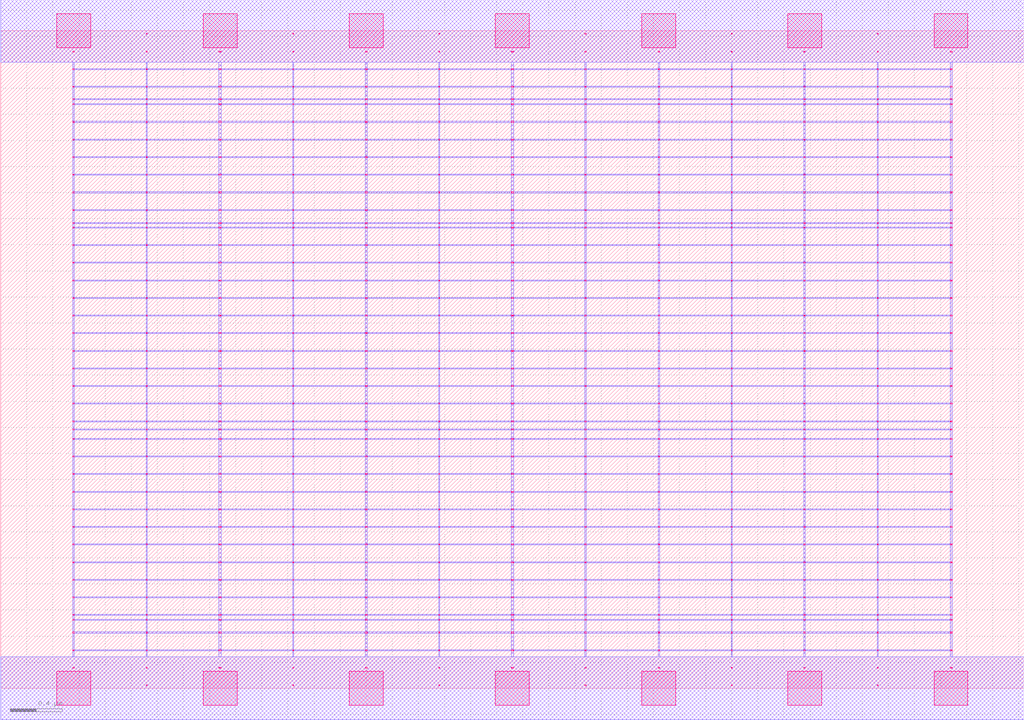
<source format=lef>
MACRO OAOI311_DEBUG
 CLASS CORE ;
 FOREIGN OAOI311_DEBUG 0 0 ;
 SIZE 7.84 BY 5.04 ;
 ORIGIN 0 0 ;
 SYMMETRY X Y R90 ;
 SITE unit ;

 OBS
    LAYER polycont ;
     RECT 3.91100000 2.58300000 3.92900000 2.59100000 ;
     RECT 3.91100000 2.71800000 3.92900000 2.72600000 ;
     RECT 3.91100000 2.85300000 3.92900000 2.86100000 ;
     RECT 3.91100000 2.98800000 3.92900000 2.99600000 ;
     RECT 6.15100000 2.58300000 6.16400000 2.59100000 ;
     RECT 6.71600000 2.58300000 6.72400000 2.59100000 ;
     RECT 7.27600000 2.58300000 7.28900000 2.59100000 ;
     RECT 4.47600000 2.58300000 4.48400000 2.59100000 ;
     RECT 4.47600000 2.71800000 4.48400000 2.72600000 ;
     RECT 5.03600000 2.71800000 5.04900000 2.72600000 ;
     RECT 5.59600000 2.71800000 5.60400000 2.72600000 ;
     RECT 6.15100000 2.71800000 6.16400000 2.72600000 ;
     RECT 6.71600000 2.71800000 6.72400000 2.72600000 ;
     RECT 7.27600000 2.71800000 7.28900000 2.72600000 ;
     RECT 5.03600000 2.58300000 5.04900000 2.59100000 ;
     RECT 4.47600000 2.85300000 4.48400000 2.86100000 ;
     RECT 5.03600000 2.85300000 5.04900000 2.86100000 ;
     RECT 5.59600000 2.85300000 5.60400000 2.86100000 ;
     RECT 6.15100000 2.85300000 6.16400000 2.86100000 ;
     RECT 6.71600000 2.85300000 6.72400000 2.86100000 ;
     RECT 7.27600000 2.85300000 7.28900000 2.86100000 ;
     RECT 5.59600000 2.58300000 5.60400000 2.59100000 ;
     RECT 4.47600000 2.98800000 4.48400000 2.99600000 ;
     RECT 5.03600000 2.98800000 5.04900000 2.99600000 ;
     RECT 5.59600000 2.98800000 5.60400000 2.99600000 ;
     RECT 6.15100000 2.98800000 6.16400000 2.99600000 ;
     RECT 6.71600000 2.98800000 6.72400000 2.99600000 ;
     RECT 7.27600000 2.98800000 7.28900000 2.99600000 ;
     RECT 5.59600000 3.12300000 5.60400000 3.13100000 ;
     RECT 5.59600000 3.25800000 5.60400000 3.26600000 ;
     RECT 5.59600000 3.39300000 5.60400000 3.40100000 ;
     RECT 5.59600000 3.52800000 5.60400000 3.53600000 ;
     RECT 5.59600000 3.56100000 5.60400000 3.56900000 ;
     RECT 5.59600000 3.66300000 5.60400000 3.67100000 ;
     RECT 5.59600000 3.79800000 5.60400000 3.80600000 ;
     RECT 5.59600000 3.93300000 5.60400000 3.94100000 ;
     RECT 5.59600000 4.06800000 5.60400000 4.07600000 ;
     RECT 5.59600000 4.20300000 5.60400000 4.21100000 ;
     RECT 5.59600000 4.33800000 5.60400000 4.34600000 ;
     RECT 5.59600000 4.47300000 5.60400000 4.48100000 ;
     RECT 5.59600000 4.51100000 5.60400000 4.51900000 ;
     RECT 5.59600000 4.60800000 5.60400000 4.61600000 ;
     RECT 5.59600000 4.74300000 5.60400000 4.75100000 ;
     RECT 5.59600000 4.87800000 5.60400000 4.88600000 ;
     RECT 3.35600000 2.98800000 3.36400000 2.99600000 ;
     RECT 2.23600000 2.58300000 2.24400000 2.59100000 ;
     RECT 2.79100000 2.58300000 2.80900000 2.59100000 ;
     RECT 3.35600000 2.58300000 3.36400000 2.59100000 ;
     RECT 0.55100000 2.58300000 0.56400000 2.59100000 ;
     RECT 0.55100000 2.71800000 0.56400000 2.72600000 ;
     RECT 0.55100000 2.85300000 0.56400000 2.86100000 ;
     RECT 1.11600000 2.85300000 1.12400000 2.86100000 ;
     RECT 1.67100000 2.85300000 1.68900000 2.86100000 ;
     RECT 2.23600000 2.85300000 2.24400000 2.86100000 ;
     RECT 2.79100000 2.85300000 2.80900000 2.86100000 ;
     RECT 3.35600000 2.85300000 3.36400000 2.86100000 ;
     RECT 1.11600000 2.71800000 1.12400000 2.72600000 ;
     RECT 1.67100000 2.71800000 1.68900000 2.72600000 ;
     RECT 2.23600000 2.71800000 2.24400000 2.72600000 ;
     RECT 2.79100000 2.71800000 2.80900000 2.72600000 ;
     RECT 3.35600000 2.71800000 3.36400000 2.72600000 ;
     RECT 1.11600000 2.58300000 1.12400000 2.59100000 ;
     RECT 1.67100000 2.58300000 1.68900000 2.59100000 ;
     RECT 0.55100000 2.98800000 0.56400000 2.99600000 ;
     RECT 1.11600000 2.98800000 1.12400000 2.99600000 ;
     RECT 1.67100000 2.98800000 1.68900000 2.99600000 ;
     RECT 2.23600000 2.98800000 2.24400000 2.99600000 ;
     RECT 2.79100000 2.98800000 2.80900000 2.99600000 ;
     RECT 6.71600000 1.90800000 6.72400000 1.91600000 ;
     RECT 7.27600000 1.90800000 7.28900000 1.91600000 ;
     RECT 6.71600000 1.98100000 6.72400000 1.98900000 ;
     RECT 7.27600000 1.98100000 7.28900000 1.98900000 ;
     RECT 6.71600000 2.04300000 6.72400000 2.05100000 ;
     RECT 7.27600000 2.04300000 7.28900000 2.05100000 ;
     RECT 6.71600000 2.17800000 6.72400000 2.18600000 ;
     RECT 7.27600000 2.17800000 7.28900000 2.18600000 ;
     RECT 6.71600000 2.31300000 6.72400000 2.32100000 ;
     RECT 7.27600000 2.31300000 7.28900000 2.32100000 ;
     RECT 6.71600000 2.44800000 6.72400000 2.45600000 ;
     RECT 7.27600000 2.44800000 7.28900000 2.45600000 ;
     RECT 6.71600000 0.15300000 6.72400000 0.16100000 ;
     RECT 7.27600000 0.15300000 7.28900000 0.16100000 ;
     RECT 6.71600000 0.28800000 6.72400000 0.29600000 ;
     RECT 7.27600000 0.28800000 7.28900000 0.29600000 ;
     RECT 6.71600000 0.42300000 6.72400000 0.43100000 ;
     RECT 7.27600000 0.42300000 7.28900000 0.43100000 ;
     RECT 6.71600000 0.52100000 6.72400000 0.52900000 ;
     RECT 7.27600000 0.52100000 7.28900000 0.52900000 ;
     RECT 6.71600000 0.55800000 6.72400000 0.56600000 ;
     RECT 7.27600000 0.55800000 7.28900000 0.56600000 ;
     RECT 6.71600000 0.69300000 6.72400000 0.70100000 ;
     RECT 7.27600000 0.69300000 7.28900000 0.70100000 ;
     RECT 6.71600000 0.82800000 6.72400000 0.83600000 ;
     RECT 7.27600000 0.82800000 7.28900000 0.83600000 ;
     RECT 6.71600000 0.96300000 6.72400000 0.97100000 ;
     RECT 7.27600000 0.96300000 7.28900000 0.97100000 ;
     RECT 6.71600000 1.09800000 6.72400000 1.10600000 ;
     RECT 7.27600000 1.09800000 7.28900000 1.10600000 ;
     RECT 6.71600000 1.23300000 6.72400000 1.24100000 ;
     RECT 7.27600000 1.23300000 7.28900000 1.24100000 ;
     RECT 6.71600000 1.36800000 6.72400000 1.37600000 ;
     RECT 7.27600000 1.36800000 7.28900000 1.37600000 ;
     RECT 6.71600000 1.50300000 6.72400000 1.51100000 ;
     RECT 7.27600000 1.50300000 7.28900000 1.51100000 ;
     RECT 6.71600000 1.63800000 6.72400000 1.64600000 ;
     RECT 7.27600000 1.63800000 7.28900000 1.64600000 ;
     RECT 6.71600000 1.77300000 6.72400000 1.78100000 ;
     RECT 7.27600000 1.77300000 7.28900000 1.78100000 ;

    LAYER pdiffc ;
     RECT 0.55100000 3.39300000 0.55900000 3.40100000 ;
     RECT 5.04100000 3.39300000 5.04900000 3.40100000 ;
     RECT 6.15100000 3.39300000 6.15900000 3.40100000 ;
     RECT 7.28100000 3.39300000 7.28900000 3.40100000 ;
     RECT 0.55100000 3.52800000 0.55900000 3.53600000 ;
     RECT 5.04100000 3.52800000 5.04900000 3.53600000 ;
     RECT 6.15100000 3.52800000 6.15900000 3.53600000 ;
     RECT 7.28100000 3.52800000 7.28900000 3.53600000 ;
     RECT 0.55100000 3.56100000 0.55900000 3.56900000 ;
     RECT 5.04100000 3.56100000 5.04900000 3.56900000 ;
     RECT 6.15100000 3.56100000 6.15900000 3.56900000 ;
     RECT 7.28100000 3.56100000 7.28900000 3.56900000 ;
     RECT 0.55100000 3.66300000 0.55900000 3.67100000 ;
     RECT 5.04100000 3.66300000 5.04900000 3.67100000 ;
     RECT 6.15100000 3.66300000 6.15900000 3.67100000 ;
     RECT 7.28100000 3.66300000 7.28900000 3.67100000 ;
     RECT 0.55100000 3.79800000 0.55900000 3.80600000 ;
     RECT 5.04100000 3.79800000 5.04900000 3.80600000 ;
     RECT 6.15100000 3.79800000 6.15900000 3.80600000 ;
     RECT 7.28100000 3.79800000 7.28900000 3.80600000 ;
     RECT 0.55100000 3.93300000 0.55900000 3.94100000 ;
     RECT 5.04100000 3.93300000 5.04900000 3.94100000 ;
     RECT 6.15100000 3.93300000 6.15900000 3.94100000 ;
     RECT 7.28100000 3.93300000 7.28900000 3.94100000 ;
     RECT 0.55100000 4.06800000 0.55900000 4.07600000 ;
     RECT 5.04100000 4.06800000 5.04900000 4.07600000 ;
     RECT 6.15100000 4.06800000 6.15900000 4.07600000 ;
     RECT 7.28100000 4.06800000 7.28900000 4.07600000 ;
     RECT 0.55100000 4.20300000 0.55900000 4.21100000 ;
     RECT 5.04100000 4.20300000 5.04900000 4.21100000 ;
     RECT 6.15100000 4.20300000 6.15900000 4.21100000 ;
     RECT 7.28100000 4.20300000 7.28900000 4.21100000 ;
     RECT 0.55100000 4.33800000 0.55900000 4.34600000 ;
     RECT 5.04100000 4.33800000 5.04900000 4.34600000 ;
     RECT 6.15100000 4.33800000 6.15900000 4.34600000 ;
     RECT 7.28100000 4.33800000 7.28900000 4.34600000 ;
     RECT 0.55100000 4.47300000 0.55900000 4.48100000 ;
     RECT 5.04100000 4.47300000 5.04900000 4.48100000 ;
     RECT 6.15100000 4.47300000 6.15900000 4.48100000 ;
     RECT 7.28100000 4.47300000 7.28900000 4.48100000 ;
     RECT 0.55100000 4.51100000 0.55900000 4.51900000 ;
     RECT 5.04100000 4.51100000 5.04900000 4.51900000 ;
     RECT 6.15100000 4.51100000 6.15900000 4.51900000 ;
     RECT 7.28100000 4.51100000 7.28900000 4.51900000 ;
     RECT 0.55100000 4.60800000 0.55900000 4.61600000 ;
     RECT 5.04100000 4.60800000 5.04900000 4.61600000 ;
     RECT 6.15100000 4.60800000 6.15900000 4.61600000 ;
     RECT 7.28100000 4.60800000 7.28900000 4.61600000 ;

    LAYER ndiffc ;
     RECT 0.55100000 0.42300000 0.56400000 0.43100000 ;
     RECT 1.67100000 0.42300000 1.68900000 0.43100000 ;
     RECT 2.79100000 0.42300000 2.80900000 0.43100000 ;
     RECT 3.91100000 0.42300000 3.92900000 0.43100000 ;
     RECT 5.03600000 0.42300000 5.04900000 0.43100000 ;
     RECT 6.15100000 0.42300000 6.16400000 0.43100000 ;
     RECT 0.55100000 0.52100000 0.56400000 0.52900000 ;
     RECT 1.67100000 0.52100000 1.68900000 0.52900000 ;
     RECT 2.79100000 0.52100000 2.80900000 0.52900000 ;
     RECT 3.91100000 0.52100000 3.92900000 0.52900000 ;
     RECT 5.03600000 0.52100000 5.04900000 0.52900000 ;
     RECT 6.15100000 0.52100000 6.16400000 0.52900000 ;
     RECT 0.55100000 0.55800000 0.56400000 0.56600000 ;
     RECT 1.67100000 0.55800000 1.68900000 0.56600000 ;
     RECT 2.79100000 0.55800000 2.80900000 0.56600000 ;
     RECT 3.91100000 0.55800000 3.92900000 0.56600000 ;
     RECT 5.03600000 0.55800000 5.04900000 0.56600000 ;
     RECT 6.15100000 0.55800000 6.16400000 0.56600000 ;
     RECT 0.55100000 0.69300000 0.56400000 0.70100000 ;
     RECT 1.67100000 0.69300000 1.68900000 0.70100000 ;
     RECT 2.79100000 0.69300000 2.80900000 0.70100000 ;
     RECT 3.91100000 0.69300000 3.92900000 0.70100000 ;
     RECT 5.03600000 0.69300000 5.04900000 0.70100000 ;
     RECT 6.15100000 0.69300000 6.16400000 0.70100000 ;
     RECT 0.55100000 0.82800000 0.56400000 0.83600000 ;
     RECT 1.67100000 0.82800000 1.68900000 0.83600000 ;
     RECT 2.79100000 0.82800000 2.80900000 0.83600000 ;
     RECT 3.91100000 0.82800000 3.92900000 0.83600000 ;
     RECT 5.03600000 0.82800000 5.04900000 0.83600000 ;
     RECT 6.15100000 0.82800000 6.16400000 0.83600000 ;
     RECT 0.55100000 0.96300000 0.56400000 0.97100000 ;
     RECT 1.67100000 0.96300000 1.68900000 0.97100000 ;
     RECT 2.79100000 0.96300000 2.80900000 0.97100000 ;
     RECT 3.91100000 0.96300000 3.92900000 0.97100000 ;
     RECT 5.03600000 0.96300000 5.04900000 0.97100000 ;
     RECT 6.15100000 0.96300000 6.16400000 0.97100000 ;
     RECT 0.55100000 1.09800000 0.56400000 1.10600000 ;
     RECT 1.67100000 1.09800000 1.68900000 1.10600000 ;
     RECT 2.79100000 1.09800000 2.80900000 1.10600000 ;
     RECT 3.91100000 1.09800000 3.92900000 1.10600000 ;
     RECT 5.03600000 1.09800000 5.04900000 1.10600000 ;
     RECT 6.15100000 1.09800000 6.16400000 1.10600000 ;
     RECT 0.55100000 1.23300000 0.56400000 1.24100000 ;
     RECT 1.67100000 1.23300000 1.68900000 1.24100000 ;
     RECT 2.79100000 1.23300000 2.80900000 1.24100000 ;
     RECT 3.91100000 1.23300000 3.92900000 1.24100000 ;
     RECT 5.03600000 1.23300000 5.04900000 1.24100000 ;
     RECT 6.15100000 1.23300000 6.16400000 1.24100000 ;
     RECT 0.55100000 1.36800000 0.56400000 1.37600000 ;
     RECT 1.67100000 1.36800000 1.68900000 1.37600000 ;
     RECT 2.79100000 1.36800000 2.80900000 1.37600000 ;
     RECT 3.91100000 1.36800000 3.92900000 1.37600000 ;
     RECT 5.03600000 1.36800000 5.04900000 1.37600000 ;
     RECT 6.15100000 1.36800000 6.16400000 1.37600000 ;
     RECT 0.55100000 1.50300000 0.56400000 1.51100000 ;
     RECT 1.67100000 1.50300000 1.68900000 1.51100000 ;
     RECT 2.79100000 1.50300000 2.80900000 1.51100000 ;
     RECT 3.91100000 1.50300000 3.92900000 1.51100000 ;
     RECT 5.03600000 1.50300000 5.04900000 1.51100000 ;
     RECT 6.15100000 1.50300000 6.16400000 1.51100000 ;
     RECT 0.55100000 1.63800000 0.56400000 1.64600000 ;
     RECT 1.67100000 1.63800000 1.68900000 1.64600000 ;
     RECT 2.79100000 1.63800000 2.80900000 1.64600000 ;
     RECT 3.91100000 1.63800000 3.92900000 1.64600000 ;
     RECT 5.03600000 1.63800000 5.04900000 1.64600000 ;
     RECT 6.15100000 1.63800000 6.16400000 1.64600000 ;
     RECT 0.55100000 1.77300000 0.56400000 1.78100000 ;
     RECT 1.67100000 1.77300000 1.68900000 1.78100000 ;
     RECT 2.79100000 1.77300000 2.80900000 1.78100000 ;
     RECT 3.91100000 1.77300000 3.92900000 1.78100000 ;
     RECT 5.03600000 1.77300000 5.04900000 1.78100000 ;
     RECT 6.15100000 1.77300000 6.16400000 1.78100000 ;
     RECT 0.55100000 1.90800000 0.56400000 1.91600000 ;
     RECT 1.67100000 1.90800000 1.68900000 1.91600000 ;
     RECT 2.79100000 1.90800000 2.80900000 1.91600000 ;
     RECT 3.91100000 1.90800000 3.92900000 1.91600000 ;
     RECT 5.03600000 1.90800000 5.04900000 1.91600000 ;
     RECT 6.15100000 1.90800000 6.16400000 1.91600000 ;
     RECT 0.55100000 1.98100000 0.56400000 1.98900000 ;
     RECT 1.67100000 1.98100000 1.68900000 1.98900000 ;
     RECT 2.79100000 1.98100000 2.80900000 1.98900000 ;
     RECT 3.91100000 1.98100000 3.92900000 1.98900000 ;
     RECT 5.03600000 1.98100000 5.04900000 1.98900000 ;
     RECT 6.15100000 1.98100000 6.16400000 1.98900000 ;
     RECT 0.55100000 2.04300000 0.56400000 2.05100000 ;
     RECT 1.67100000 2.04300000 1.68900000 2.05100000 ;
     RECT 2.79100000 2.04300000 2.80900000 2.05100000 ;
     RECT 3.91100000 2.04300000 3.92900000 2.05100000 ;
     RECT 5.03600000 2.04300000 5.04900000 2.05100000 ;
     RECT 6.15100000 2.04300000 6.16400000 2.05100000 ;

    LAYER met1 ;
     RECT 0.00000000 -0.24000000 7.84000000 0.24000000 ;
     RECT 3.91100000 0.24000000 3.92900000 0.28800000 ;
     RECT 0.55100000 0.28800000 7.28900000 0.29600000 ;
     RECT 3.91100000 0.29600000 3.92900000 0.42300000 ;
     RECT 0.55100000 0.42300000 7.28900000 0.43100000 ;
     RECT 3.91100000 0.43100000 3.92900000 0.52100000 ;
     RECT 0.55100000 0.52100000 7.28900000 0.52900000 ;
     RECT 3.91100000 0.52900000 3.92900000 0.55800000 ;
     RECT 0.55100000 0.55800000 7.28900000 0.56600000 ;
     RECT 3.91100000 0.56600000 3.92900000 0.69300000 ;
     RECT 0.55100000 0.69300000 7.28900000 0.70100000 ;
     RECT 3.91100000 0.70100000 3.92900000 0.82800000 ;
     RECT 0.55100000 0.82800000 7.28900000 0.83600000 ;
     RECT 3.91100000 0.83600000 3.92900000 0.96300000 ;
     RECT 0.55100000 0.96300000 7.28900000 0.97100000 ;
     RECT 3.91100000 0.97100000 3.92900000 1.09800000 ;
     RECT 0.55100000 1.09800000 7.28900000 1.10600000 ;
     RECT 3.91100000 1.10600000 3.92900000 1.23300000 ;
     RECT 0.55100000 1.23300000 7.28900000 1.24100000 ;
     RECT 3.91100000 1.24100000 3.92900000 1.36800000 ;
     RECT 0.55100000 1.36800000 7.28900000 1.37600000 ;
     RECT 3.91100000 1.37600000 3.92900000 1.50300000 ;
     RECT 0.55100000 1.50300000 7.28900000 1.51100000 ;
     RECT 3.91100000 1.51100000 3.92900000 1.63800000 ;
     RECT 0.55100000 1.63800000 7.28900000 1.64600000 ;
     RECT 3.91100000 1.64600000 3.92900000 1.77300000 ;
     RECT 0.55100000 1.77300000 7.28900000 1.78100000 ;
     RECT 3.91100000 1.78100000 3.92900000 1.90800000 ;
     RECT 0.55100000 1.90800000 7.28900000 1.91600000 ;
     RECT 3.91100000 1.91600000 3.92900000 1.98100000 ;
     RECT 0.55100000 1.98100000 7.28900000 1.98900000 ;
     RECT 3.91100000 1.98900000 3.92900000 2.04300000 ;
     RECT 0.55100000 2.04300000 7.28900000 2.05100000 ;
     RECT 3.91100000 2.05100000 3.92900000 2.17800000 ;
     RECT 0.55100000 2.17800000 7.28900000 2.18600000 ;
     RECT 3.91100000 2.18600000 3.92900000 2.31300000 ;
     RECT 0.55100000 2.31300000 7.28900000 2.32100000 ;
     RECT 3.91100000 2.32100000 3.92900000 2.44800000 ;
     RECT 0.55100000 2.44800000 7.28900000 2.45600000 ;
     RECT 0.55100000 2.45600000 0.56400000 2.58300000 ;
     RECT 1.11600000 2.45600000 1.12400000 2.58300000 ;
     RECT 1.67100000 2.45600000 1.68900000 2.58300000 ;
     RECT 2.23600000 2.45600000 2.24400000 2.58300000 ;
     RECT 2.79100000 2.45600000 2.80900000 2.58300000 ;
     RECT 3.35600000 2.45600000 3.36400000 2.58300000 ;
     RECT 3.91100000 2.45600000 3.92900000 2.58300000 ;
     RECT 4.47600000 2.45600000 4.48400000 2.58300000 ;
     RECT 5.03600000 2.45600000 5.04900000 2.58300000 ;
     RECT 5.59600000 2.45600000 5.60400000 2.58300000 ;
     RECT 6.15100000 2.45600000 6.16400000 2.58300000 ;
     RECT 6.71600000 2.45600000 6.72400000 2.58300000 ;
     RECT 7.27600000 2.45600000 7.28900000 2.58300000 ;
     RECT 0.55100000 2.58300000 7.28900000 2.59100000 ;
     RECT 3.91100000 2.59100000 3.92900000 2.71800000 ;
     RECT 0.55100000 2.71800000 7.28900000 2.72600000 ;
     RECT 3.91100000 2.72600000 3.92900000 2.85300000 ;
     RECT 0.55100000 2.85300000 7.28900000 2.86100000 ;
     RECT 3.91100000 2.86100000 3.92900000 2.98800000 ;
     RECT 0.55100000 2.98800000 7.28900000 2.99600000 ;
     RECT 3.91100000 2.99600000 3.92900000 3.12300000 ;
     RECT 0.55100000 3.12300000 7.28900000 3.13100000 ;
     RECT 3.91100000 3.13100000 3.92900000 3.25800000 ;
     RECT 0.55100000 3.25800000 7.28900000 3.26600000 ;
     RECT 3.91100000 3.26600000 3.92900000 3.39300000 ;
     RECT 0.55100000 3.39300000 7.28900000 3.40100000 ;
     RECT 3.91100000 3.40100000 3.92900000 3.52800000 ;
     RECT 0.55100000 3.52800000 7.28900000 3.53600000 ;
     RECT 3.91100000 3.53600000 3.92900000 3.56100000 ;
     RECT 0.55100000 3.56100000 7.28900000 3.56900000 ;
     RECT 3.91100000 3.56900000 3.92900000 3.66300000 ;
     RECT 0.55100000 3.66300000 7.28900000 3.67100000 ;
     RECT 3.91100000 3.67100000 3.92900000 3.79800000 ;
     RECT 0.55100000 3.79800000 7.28900000 3.80600000 ;
     RECT 3.91100000 3.80600000 3.92900000 3.93300000 ;
     RECT 0.55100000 3.93300000 7.28900000 3.94100000 ;
     RECT 3.91100000 3.94100000 3.92900000 4.06800000 ;
     RECT 0.55100000 4.06800000 7.28900000 4.07600000 ;
     RECT 3.91100000 4.07600000 3.92900000 4.20300000 ;
     RECT 0.55100000 4.20300000 7.28900000 4.21100000 ;
     RECT 3.91100000 4.21100000 3.92900000 4.33800000 ;
     RECT 0.55100000 4.33800000 7.28900000 4.34600000 ;
     RECT 3.91100000 4.34600000 3.92900000 4.47300000 ;
     RECT 0.55100000 4.47300000 7.28900000 4.48100000 ;
     RECT 3.91100000 4.48100000 3.92900000 4.51100000 ;
     RECT 0.55100000 4.51100000 7.28900000 4.51900000 ;
     RECT 3.91100000 4.51900000 3.92900000 4.60800000 ;
     RECT 0.55100000 4.60800000 7.28900000 4.61600000 ;
     RECT 3.91100000 4.61600000 3.92900000 4.74300000 ;
     RECT 0.55100000 4.74300000 7.28900000 4.75100000 ;
     RECT 3.91100000 4.75100000 3.92900000 4.80000000 ;
     RECT 0.00000000 4.80000000 7.84000000 5.28000000 ;
     RECT 4.47600000 3.80600000 4.48400000 3.93300000 ;
     RECT 5.03600000 3.80600000 5.04900000 3.93300000 ;
     RECT 5.59600000 3.80600000 5.60400000 3.93300000 ;
     RECT 6.15100000 3.80600000 6.16400000 3.93300000 ;
     RECT 6.71600000 3.80600000 6.72400000 3.93300000 ;
     RECT 7.27600000 3.80600000 7.28900000 3.93300000 ;
     RECT 6.15100000 3.94100000 6.16400000 4.06800000 ;
     RECT 6.71600000 3.94100000 6.72400000 4.06800000 ;
     RECT 7.27600000 3.94100000 7.28900000 4.06800000 ;
     RECT 6.15100000 4.07600000 6.16400000 4.20300000 ;
     RECT 6.71600000 4.07600000 6.72400000 4.20300000 ;
     RECT 7.27600000 4.07600000 7.28900000 4.20300000 ;
     RECT 6.15100000 4.21100000 6.16400000 4.33800000 ;
     RECT 6.71600000 4.21100000 6.72400000 4.33800000 ;
     RECT 7.27600000 4.21100000 7.28900000 4.33800000 ;
     RECT 6.15100000 4.34600000 6.16400000 4.47300000 ;
     RECT 6.71600000 4.34600000 6.72400000 4.47300000 ;
     RECT 7.27600000 4.34600000 7.28900000 4.47300000 ;
     RECT 6.15100000 4.48100000 6.16400000 4.51100000 ;
     RECT 6.71600000 4.48100000 6.72400000 4.51100000 ;
     RECT 7.27600000 4.48100000 7.28900000 4.51100000 ;
     RECT 6.15100000 4.51900000 6.16400000 4.60800000 ;
     RECT 6.71600000 4.51900000 6.72400000 4.60800000 ;
     RECT 7.27600000 4.51900000 7.28900000 4.60800000 ;
     RECT 6.15100000 4.61600000 6.16400000 4.74300000 ;
     RECT 6.71600000 4.61600000 6.72400000 4.74300000 ;
     RECT 7.27600000 4.61600000 7.28900000 4.74300000 ;
     RECT 6.15100000 4.75100000 6.16400000 4.80000000 ;
     RECT 6.71600000 4.75100000 6.72400000 4.80000000 ;
     RECT 7.27600000 4.75100000 7.28900000 4.80000000 ;
     RECT 4.47600000 4.48100000 4.48400000 4.51100000 ;
     RECT 5.03600000 4.48100000 5.04900000 4.51100000 ;
     RECT 5.59600000 4.48100000 5.60400000 4.51100000 ;
     RECT 4.47600000 4.21100000 4.48400000 4.33800000 ;
     RECT 5.03600000 4.21100000 5.04900000 4.33800000 ;
     RECT 5.59600000 4.21100000 5.60400000 4.33800000 ;
     RECT 4.47600000 4.51900000 4.48400000 4.60800000 ;
     RECT 5.03600000 4.51900000 5.04900000 4.60800000 ;
     RECT 5.59600000 4.51900000 5.60400000 4.60800000 ;
     RECT 4.47600000 4.07600000 4.48400000 4.20300000 ;
     RECT 5.03600000 4.07600000 5.04900000 4.20300000 ;
     RECT 5.59600000 4.07600000 5.60400000 4.20300000 ;
     RECT 4.47600000 4.61600000 4.48400000 4.74300000 ;
     RECT 5.03600000 4.61600000 5.04900000 4.74300000 ;
     RECT 5.59600000 4.61600000 5.60400000 4.74300000 ;
     RECT 4.47600000 4.34600000 4.48400000 4.47300000 ;
     RECT 5.03600000 4.34600000 5.04900000 4.47300000 ;
     RECT 5.59600000 4.34600000 5.60400000 4.47300000 ;
     RECT 4.47600000 4.75100000 4.48400000 4.80000000 ;
     RECT 5.03600000 4.75100000 5.04900000 4.80000000 ;
     RECT 5.59600000 4.75100000 5.60400000 4.80000000 ;
     RECT 4.47600000 3.94100000 4.48400000 4.06800000 ;
     RECT 5.03600000 3.94100000 5.04900000 4.06800000 ;
     RECT 5.59600000 3.94100000 5.60400000 4.06800000 ;
     RECT 5.03600000 3.40100000 5.04900000 3.52800000 ;
     RECT 5.59600000 3.40100000 5.60400000 3.52800000 ;
     RECT 4.47600000 3.53600000 4.48400000 3.56100000 ;
     RECT 5.03600000 3.53600000 5.04900000 3.56100000 ;
     RECT 5.59600000 3.53600000 5.60400000 3.56100000 ;
     RECT 5.59600000 2.59100000 5.60400000 2.71800000 ;
     RECT 4.47600000 3.56900000 4.48400000 3.66300000 ;
     RECT 4.47600000 2.59100000 4.48400000 2.71800000 ;
     RECT 5.03600000 2.59100000 5.04900000 2.71800000 ;
     RECT 5.03600000 3.56900000 5.04900000 3.66300000 ;
     RECT 5.59600000 3.56900000 5.60400000 3.66300000 ;
     RECT 4.47600000 2.86100000 4.48400000 2.98800000 ;
     RECT 5.03600000 2.86100000 5.04900000 2.98800000 ;
     RECT 4.47600000 2.99600000 4.48400000 3.12300000 ;
     RECT 5.03600000 2.99600000 5.04900000 3.12300000 ;
     RECT 4.47600000 3.13100000 4.48400000 3.25800000 ;
     RECT 5.03600000 3.13100000 5.04900000 3.25800000 ;
     RECT 4.47600000 3.67100000 4.48400000 3.79800000 ;
     RECT 5.03600000 3.67100000 5.04900000 3.79800000 ;
     RECT 5.59600000 3.67100000 5.60400000 3.79800000 ;
     RECT 5.59600000 2.86100000 5.60400000 2.98800000 ;
     RECT 4.47600000 2.72600000 4.48400000 2.85300000 ;
     RECT 5.03600000 2.72600000 5.04900000 2.85300000 ;
     RECT 5.59600000 3.13100000 5.60400000 3.25800000 ;
     RECT 5.59600000 2.99600000 5.60400000 3.12300000 ;
     RECT 4.47600000 3.26600000 4.48400000 3.39300000 ;
     RECT 5.03600000 3.26600000 5.04900000 3.39300000 ;
     RECT 5.59600000 3.26600000 5.60400000 3.39300000 ;
     RECT 5.59600000 2.72600000 5.60400000 2.85300000 ;
     RECT 4.47600000 3.40100000 4.48400000 3.52800000 ;
     RECT 7.27600000 3.40100000 7.28900000 3.52800000 ;
     RECT 6.71600000 2.59100000 6.72400000 2.71800000 ;
     RECT 7.27600000 2.59100000 7.28900000 2.71800000 ;
     RECT 6.71600000 2.72600000 6.72400000 2.85300000 ;
     RECT 7.27600000 2.72600000 7.28900000 2.85300000 ;
     RECT 7.27600000 3.13100000 7.28900000 3.25800000 ;
     RECT 6.15100000 2.72600000 6.16400000 2.85300000 ;
     RECT 6.15100000 3.67100000 6.16400000 3.79800000 ;
     RECT 6.71600000 3.67100000 6.72400000 3.79800000 ;
     RECT 7.27600000 3.67100000 7.28900000 3.79800000 ;
     RECT 6.15100000 3.26600000 6.16400000 3.39300000 ;
     RECT 6.15100000 2.86100000 6.16400000 2.98800000 ;
     RECT 6.15100000 3.53600000 6.16400000 3.56100000 ;
     RECT 6.71600000 3.53600000 6.72400000 3.56100000 ;
     RECT 7.27600000 3.53600000 7.28900000 3.56100000 ;
     RECT 6.71600000 3.26600000 6.72400000 3.39300000 ;
     RECT 6.15100000 2.59100000 6.16400000 2.71800000 ;
     RECT 7.27600000 3.26600000 7.28900000 3.39300000 ;
     RECT 6.15100000 2.99600000 6.16400000 3.12300000 ;
     RECT 6.71600000 2.86100000 6.72400000 2.98800000 ;
     RECT 7.27600000 2.86100000 7.28900000 2.98800000 ;
     RECT 6.15100000 3.40100000 6.16400000 3.52800000 ;
     RECT 6.15100000 3.13100000 6.16400000 3.25800000 ;
     RECT 6.71600000 3.40100000 6.72400000 3.52800000 ;
     RECT 6.15100000 3.56900000 6.16400000 3.66300000 ;
     RECT 6.71600000 3.56900000 6.72400000 3.66300000 ;
     RECT 6.71600000 2.99600000 6.72400000 3.12300000 ;
     RECT 7.27600000 2.99600000 7.28900000 3.12300000 ;
     RECT 7.27600000 3.56900000 7.28900000 3.66300000 ;
     RECT 6.71600000 3.13100000 6.72400000 3.25800000 ;
     RECT 0.55100000 3.80600000 0.56400000 3.93300000 ;
     RECT 1.11600000 3.80600000 1.12400000 3.93300000 ;
     RECT 1.67100000 3.80600000 1.68900000 3.93300000 ;
     RECT 2.23600000 3.80600000 2.24400000 3.93300000 ;
     RECT 2.79100000 3.80600000 2.80900000 3.93300000 ;
     RECT 3.35600000 3.80600000 3.36400000 3.93300000 ;
     RECT 2.23600000 4.21100000 2.24400000 4.33800000 ;
     RECT 2.79100000 4.21100000 2.80900000 4.33800000 ;
     RECT 3.35600000 4.21100000 3.36400000 4.33800000 ;
     RECT 2.23600000 4.34600000 2.24400000 4.47300000 ;
     RECT 2.79100000 4.34600000 2.80900000 4.47300000 ;
     RECT 3.35600000 4.34600000 3.36400000 4.47300000 ;
     RECT 2.23600000 4.48100000 2.24400000 4.51100000 ;
     RECT 2.79100000 4.48100000 2.80900000 4.51100000 ;
     RECT 3.35600000 4.48100000 3.36400000 4.51100000 ;
     RECT 2.23600000 4.51900000 2.24400000 4.60800000 ;
     RECT 2.79100000 4.51900000 2.80900000 4.60800000 ;
     RECT 3.35600000 4.51900000 3.36400000 4.60800000 ;
     RECT 2.23600000 4.61600000 2.24400000 4.74300000 ;
     RECT 2.79100000 4.61600000 2.80900000 4.74300000 ;
     RECT 3.35600000 4.61600000 3.36400000 4.74300000 ;
     RECT 2.23600000 3.94100000 2.24400000 4.06800000 ;
     RECT 2.79100000 3.94100000 2.80900000 4.06800000 ;
     RECT 3.35600000 3.94100000 3.36400000 4.06800000 ;
     RECT 2.23600000 4.07600000 2.24400000 4.20300000 ;
     RECT 2.23600000 4.75100000 2.24400000 4.80000000 ;
     RECT 2.79100000 4.75100000 2.80900000 4.80000000 ;
     RECT 3.35600000 4.75100000 3.36400000 4.80000000 ;
     RECT 2.79100000 4.07600000 2.80900000 4.20300000 ;
     RECT 3.35600000 4.07600000 3.36400000 4.20300000 ;
     RECT 0.55100000 4.51900000 0.56400000 4.60800000 ;
     RECT 1.11600000 4.51900000 1.12400000 4.60800000 ;
     RECT 1.67100000 4.51900000 1.68900000 4.60800000 ;
     RECT 0.55100000 4.07600000 0.56400000 4.20300000 ;
     RECT 1.11600000 4.07600000 1.12400000 4.20300000 ;
     RECT 1.67100000 4.07600000 1.68900000 4.20300000 ;
     RECT 0.55100000 4.61600000 0.56400000 4.74300000 ;
     RECT 1.11600000 4.61600000 1.12400000 4.74300000 ;
     RECT 1.67100000 4.61600000 1.68900000 4.74300000 ;
     RECT 0.55100000 4.34600000 0.56400000 4.47300000 ;
     RECT 1.11600000 4.34600000 1.12400000 4.47300000 ;
     RECT 1.67100000 4.34600000 1.68900000 4.47300000 ;
     RECT 0.55100000 3.94100000 0.56400000 4.06800000 ;
     RECT 1.11600000 3.94100000 1.12400000 4.06800000 ;
     RECT 1.67100000 3.94100000 1.68900000 4.06800000 ;
     RECT 0.55100000 4.48100000 0.56400000 4.51100000 ;
     RECT 0.55100000 4.75100000 0.56400000 4.80000000 ;
     RECT 1.11600000 4.75100000 1.12400000 4.80000000 ;
     RECT 1.67100000 4.75100000 1.68900000 4.80000000 ;
     RECT 1.11600000 4.48100000 1.12400000 4.51100000 ;
     RECT 1.67100000 4.48100000 1.68900000 4.51100000 ;
     RECT 0.55100000 4.21100000 0.56400000 4.33800000 ;
     RECT 1.11600000 4.21100000 1.12400000 4.33800000 ;
     RECT 1.67100000 4.21100000 1.68900000 4.33800000 ;
     RECT 1.67100000 3.13100000 1.68900000 3.25800000 ;
     RECT 0.55100000 2.86100000 0.56400000 2.98800000 ;
     RECT 1.67100000 2.86100000 1.68900000 2.98800000 ;
     RECT 0.55100000 3.53600000 0.56400000 3.56100000 ;
     RECT 1.11600000 3.53600000 1.12400000 3.56100000 ;
     RECT 1.67100000 3.67100000 1.68900000 3.79800000 ;
     RECT 1.67100000 3.26600000 1.68900000 3.39300000 ;
     RECT 1.67100000 3.53600000 1.68900000 3.56100000 ;
     RECT 1.11600000 2.86100000 1.12400000 2.98800000 ;
     RECT 0.55100000 3.56900000 0.56400000 3.66300000 ;
     RECT 1.11600000 3.56900000 1.12400000 3.66300000 ;
     RECT 1.67100000 3.56900000 1.68900000 3.66300000 ;
     RECT 1.67100000 2.72600000 1.68900000 2.85300000 ;
     RECT 0.55100000 2.99600000 0.56400000 3.12300000 ;
     RECT 1.11600000 2.99600000 1.12400000 3.12300000 ;
     RECT 1.67100000 3.40100000 1.68900000 3.52800000 ;
     RECT 0.55100000 2.59100000 0.56400000 2.71800000 ;
     RECT 1.11600000 2.59100000 1.12400000 2.71800000 ;
     RECT 0.55100000 2.72600000 0.56400000 2.85300000 ;
     RECT 1.11600000 2.72600000 1.12400000 2.85300000 ;
     RECT 0.55100000 3.13100000 0.56400000 3.25800000 ;
     RECT 1.67100000 2.59100000 1.68900000 2.71800000 ;
     RECT 0.55100000 3.26600000 0.56400000 3.39300000 ;
     RECT 1.11600000 3.26600000 1.12400000 3.39300000 ;
     RECT 0.55100000 3.67100000 0.56400000 3.79800000 ;
     RECT 1.11600000 3.67100000 1.12400000 3.79800000 ;
     RECT 1.11600000 3.13100000 1.12400000 3.25800000 ;
     RECT 1.67100000 2.99600000 1.68900000 3.12300000 ;
     RECT 0.55100000 3.40100000 0.56400000 3.52800000 ;
     RECT 1.11600000 3.40100000 1.12400000 3.52800000 ;
     RECT 2.79100000 3.26600000 2.80900000 3.39300000 ;
     RECT 3.35600000 3.26600000 3.36400000 3.39300000 ;
     RECT 2.23600000 3.40100000 2.24400000 3.52800000 ;
     RECT 2.23600000 3.53600000 2.24400000 3.56100000 ;
     RECT 2.79100000 3.53600000 2.80900000 3.56100000 ;
     RECT 2.79100000 2.72600000 2.80900000 2.85300000 ;
     RECT 3.35600000 2.72600000 3.36400000 2.85300000 ;
     RECT 3.35600000 3.53600000 3.36400000 3.56100000 ;
     RECT 2.79100000 2.59100000 2.80900000 2.71800000 ;
     RECT 3.35600000 2.59100000 3.36400000 2.71800000 ;
     RECT 2.23600000 2.59100000 2.24400000 2.71800000 ;
     RECT 2.23600000 2.86100000 2.24400000 2.98800000 ;
     RECT 2.79100000 3.40100000 2.80900000 3.52800000 ;
     RECT 2.23600000 3.13100000 2.24400000 3.25800000 ;
     RECT 2.79100000 3.13100000 2.80900000 3.25800000 ;
     RECT 2.23600000 3.56900000 2.24400000 3.66300000 ;
     RECT 2.79100000 3.56900000 2.80900000 3.66300000 ;
     RECT 3.35600000 3.56900000 3.36400000 3.66300000 ;
     RECT 3.35600000 3.13100000 3.36400000 3.25800000 ;
     RECT 2.23600000 2.72600000 2.24400000 2.85300000 ;
     RECT 2.79100000 2.86100000 2.80900000 2.98800000 ;
     RECT 3.35600000 2.86100000 3.36400000 2.98800000 ;
     RECT 2.23600000 3.67100000 2.24400000 3.79800000 ;
     RECT 2.79100000 3.67100000 2.80900000 3.79800000 ;
     RECT 3.35600000 3.67100000 3.36400000 3.79800000 ;
     RECT 2.23600000 2.99600000 2.24400000 3.12300000 ;
     RECT 2.79100000 2.99600000 2.80900000 3.12300000 ;
     RECT 3.35600000 2.99600000 3.36400000 3.12300000 ;
     RECT 3.35600000 3.40100000 3.36400000 3.52800000 ;
     RECT 2.23600000 3.26600000 2.24400000 3.39300000 ;
     RECT 0.55100000 1.10600000 0.56400000 1.23300000 ;
     RECT 1.11600000 1.10600000 1.12400000 1.23300000 ;
     RECT 1.67100000 1.10600000 1.68900000 1.23300000 ;
     RECT 2.23600000 1.10600000 2.24400000 1.23300000 ;
     RECT 2.79100000 1.10600000 2.80900000 1.23300000 ;
     RECT 3.35600000 1.10600000 3.36400000 1.23300000 ;
     RECT 2.23600000 1.78100000 2.24400000 1.90800000 ;
     RECT 2.79100000 1.78100000 2.80900000 1.90800000 ;
     RECT 3.35600000 1.78100000 3.36400000 1.90800000 ;
     RECT 2.23600000 1.91600000 2.24400000 1.98100000 ;
     RECT 2.79100000 1.91600000 2.80900000 1.98100000 ;
     RECT 3.35600000 1.91600000 3.36400000 1.98100000 ;
     RECT 2.23600000 1.98900000 2.24400000 2.04300000 ;
     RECT 2.79100000 1.98900000 2.80900000 2.04300000 ;
     RECT 3.35600000 1.98900000 3.36400000 2.04300000 ;
     RECT 2.23600000 2.05100000 2.24400000 2.17800000 ;
     RECT 2.79100000 2.05100000 2.80900000 2.17800000 ;
     RECT 3.35600000 2.05100000 3.36400000 2.17800000 ;
     RECT 2.23600000 2.18600000 2.24400000 2.31300000 ;
     RECT 2.79100000 2.18600000 2.80900000 2.31300000 ;
     RECT 3.35600000 2.18600000 3.36400000 2.31300000 ;
     RECT 2.23600000 2.32100000 2.24400000 2.44800000 ;
     RECT 2.79100000 2.32100000 2.80900000 2.44800000 ;
     RECT 3.35600000 2.32100000 3.36400000 2.44800000 ;
     RECT 2.23600000 1.51100000 2.24400000 1.63800000 ;
     RECT 2.79100000 1.51100000 2.80900000 1.63800000 ;
     RECT 3.35600000 1.51100000 3.36400000 1.63800000 ;
     RECT 2.23600000 1.64600000 2.24400000 1.77300000 ;
     RECT 2.79100000 1.64600000 2.80900000 1.77300000 ;
     RECT 3.35600000 1.64600000 3.36400000 1.77300000 ;
     RECT 2.23600000 1.24100000 2.24400000 1.36800000 ;
     RECT 2.79100000 1.24100000 2.80900000 1.36800000 ;
     RECT 3.35600000 1.24100000 3.36400000 1.36800000 ;
     RECT 2.23600000 1.37600000 2.24400000 1.50300000 ;
     RECT 2.79100000 1.37600000 2.80900000 1.50300000 ;
     RECT 3.35600000 1.37600000 3.36400000 1.50300000 ;
     RECT 1.67100000 2.18600000 1.68900000 2.31300000 ;
     RECT 1.67100000 1.91600000 1.68900000 1.98100000 ;
     RECT 1.11600000 1.64600000 1.12400000 1.77300000 ;
     RECT 0.55100000 1.78100000 0.56400000 1.90800000 ;
     RECT 0.55100000 2.32100000 0.56400000 2.44800000 ;
     RECT 1.11600000 2.32100000 1.12400000 2.44800000 ;
     RECT 1.67100000 2.32100000 1.68900000 2.44800000 ;
     RECT 1.11600000 1.78100000 1.12400000 1.90800000 ;
     RECT 0.55100000 1.98900000 0.56400000 2.04300000 ;
     RECT 1.11600000 1.98900000 1.12400000 2.04300000 ;
     RECT 1.67100000 1.98900000 1.68900000 2.04300000 ;
     RECT 1.67100000 1.78100000 1.68900000 1.90800000 ;
     RECT 1.67100000 1.64600000 1.68900000 1.77300000 ;
     RECT 1.67100000 1.51100000 1.68900000 1.63800000 ;
     RECT 0.55100000 2.05100000 0.56400000 2.17800000 ;
     RECT 1.11600000 2.05100000 1.12400000 2.17800000 ;
     RECT 0.55100000 1.24100000 0.56400000 1.36800000 ;
     RECT 1.11600000 1.24100000 1.12400000 1.36800000 ;
     RECT 1.67100000 1.24100000 1.68900000 1.36800000 ;
     RECT 1.67100000 2.05100000 1.68900000 2.17800000 ;
     RECT 0.55100000 1.64600000 0.56400000 1.77300000 ;
     RECT 0.55100000 1.91600000 0.56400000 1.98100000 ;
     RECT 0.55100000 1.37600000 0.56400000 1.50300000 ;
     RECT 1.11600000 1.37600000 1.12400000 1.50300000 ;
     RECT 1.67100000 1.37600000 1.68900000 1.50300000 ;
     RECT 1.11600000 1.91600000 1.12400000 1.98100000 ;
     RECT 0.55100000 2.18600000 0.56400000 2.31300000 ;
     RECT 1.11600000 2.18600000 1.12400000 2.31300000 ;
     RECT 0.55100000 1.51100000 0.56400000 1.63800000 ;
     RECT 1.11600000 1.51100000 1.12400000 1.63800000 ;
     RECT 1.67100000 0.24000000 1.68900000 0.28800000 ;
     RECT 0.55100000 0.56600000 0.56400000 0.69300000 ;
     RECT 1.67100000 0.56600000 1.68900000 0.69300000 ;
     RECT 1.11600000 0.56600000 1.12400000 0.69300000 ;
     RECT 1.11600000 0.52900000 1.12400000 0.55800000 ;
     RECT 1.67100000 0.52900000 1.68900000 0.55800000 ;
     RECT 0.55100000 0.24000000 0.56400000 0.28800000 ;
     RECT 0.55100000 0.43100000 0.56400000 0.52100000 ;
     RECT 1.11600000 0.43100000 1.12400000 0.52100000 ;
     RECT 1.11600000 0.24000000 1.12400000 0.28800000 ;
     RECT 0.55100000 0.52900000 0.56400000 0.55800000 ;
     RECT 0.55100000 0.29600000 0.56400000 0.42300000 ;
     RECT 1.11600000 0.29600000 1.12400000 0.42300000 ;
     RECT 0.55100000 0.70100000 0.56400000 0.82800000 ;
     RECT 1.11600000 0.70100000 1.12400000 0.82800000 ;
     RECT 1.67100000 0.43100000 1.68900000 0.52100000 ;
     RECT 1.67100000 0.70100000 1.68900000 0.82800000 ;
     RECT 1.67100000 0.29600000 1.68900000 0.42300000 ;
     RECT 0.55100000 0.83600000 0.56400000 0.96300000 ;
     RECT 1.11600000 0.83600000 1.12400000 0.96300000 ;
     RECT 1.67100000 0.83600000 1.68900000 0.96300000 ;
     RECT 0.55100000 0.97100000 0.56400000 1.09800000 ;
     RECT 1.11600000 0.97100000 1.12400000 1.09800000 ;
     RECT 1.67100000 0.97100000 1.68900000 1.09800000 ;
     RECT 3.35600000 0.70100000 3.36400000 0.82800000 ;
     RECT 2.23600000 0.56600000 2.24400000 0.69300000 ;
     RECT 2.23600000 0.29600000 2.24400000 0.42300000 ;
     RECT 2.79100000 0.56600000 2.80900000 0.69300000 ;
     RECT 3.35600000 0.56600000 3.36400000 0.69300000 ;
     RECT 2.79100000 0.52900000 2.80900000 0.55800000 ;
     RECT 2.23600000 0.83600000 2.24400000 0.96300000 ;
     RECT 2.79100000 0.83600000 2.80900000 0.96300000 ;
     RECT 3.35600000 0.83600000 3.36400000 0.96300000 ;
     RECT 2.79100000 0.29600000 2.80900000 0.42300000 ;
     RECT 3.35600000 0.29600000 3.36400000 0.42300000 ;
     RECT 3.35600000 0.52900000 3.36400000 0.55800000 ;
     RECT 3.35600000 0.24000000 3.36400000 0.28800000 ;
     RECT 2.23600000 0.43100000 2.24400000 0.52100000 ;
     RECT 2.79100000 0.24000000 2.80900000 0.28800000 ;
     RECT 2.23600000 0.97100000 2.24400000 1.09800000 ;
     RECT 2.79100000 0.97100000 2.80900000 1.09800000 ;
     RECT 3.35600000 0.97100000 3.36400000 1.09800000 ;
     RECT 2.23600000 0.52900000 2.24400000 0.55800000 ;
     RECT 2.23600000 0.24000000 2.24400000 0.28800000 ;
     RECT 2.79100000 0.43100000 2.80900000 0.52100000 ;
     RECT 3.35600000 0.43100000 3.36400000 0.52100000 ;
     RECT 2.23600000 0.70100000 2.24400000 0.82800000 ;
     RECT 2.79100000 0.70100000 2.80900000 0.82800000 ;
     RECT 4.47600000 1.10600000 4.48400000 1.23300000 ;
     RECT 5.03600000 1.10600000 5.04900000 1.23300000 ;
     RECT 5.59600000 1.10600000 5.60400000 1.23300000 ;
     RECT 6.15100000 1.10600000 6.16400000 1.23300000 ;
     RECT 6.71600000 1.10600000 6.72400000 1.23300000 ;
     RECT 7.27600000 1.10600000 7.28900000 1.23300000 ;
     RECT 6.15100000 1.91600000 6.16400000 1.98100000 ;
     RECT 6.71600000 1.91600000 6.72400000 1.98100000 ;
     RECT 7.27600000 1.91600000 7.28900000 1.98100000 ;
     RECT 6.15100000 1.98900000 6.16400000 2.04300000 ;
     RECT 6.71600000 1.98900000 6.72400000 2.04300000 ;
     RECT 7.27600000 1.98900000 7.28900000 2.04300000 ;
     RECT 6.15100000 2.05100000 6.16400000 2.17800000 ;
     RECT 6.71600000 2.05100000 6.72400000 2.17800000 ;
     RECT 7.27600000 2.05100000 7.28900000 2.17800000 ;
     RECT 6.15100000 1.24100000 6.16400000 1.36800000 ;
     RECT 6.71600000 1.24100000 6.72400000 1.36800000 ;
     RECT 7.27600000 1.24100000 7.28900000 1.36800000 ;
     RECT 6.15100000 2.18600000 6.16400000 2.31300000 ;
     RECT 6.71600000 2.18600000 6.72400000 2.31300000 ;
     RECT 7.27600000 2.18600000 7.28900000 2.31300000 ;
     RECT 6.15100000 1.37600000 6.16400000 1.50300000 ;
     RECT 6.15100000 2.32100000 6.16400000 2.44800000 ;
     RECT 6.71600000 2.32100000 6.72400000 2.44800000 ;
     RECT 7.27600000 2.32100000 7.28900000 2.44800000 ;
     RECT 6.71600000 1.37600000 6.72400000 1.50300000 ;
     RECT 7.27600000 1.37600000 7.28900000 1.50300000 ;
     RECT 6.15100000 1.51100000 6.16400000 1.63800000 ;
     RECT 6.71600000 1.51100000 6.72400000 1.63800000 ;
     RECT 7.27600000 1.51100000 7.28900000 1.63800000 ;
     RECT 6.15100000 1.64600000 6.16400000 1.77300000 ;
     RECT 6.71600000 1.64600000 6.72400000 1.77300000 ;
     RECT 7.27600000 1.64600000 7.28900000 1.77300000 ;
     RECT 6.15100000 1.78100000 6.16400000 1.90800000 ;
     RECT 6.71600000 1.78100000 6.72400000 1.90800000 ;
     RECT 7.27600000 1.78100000 7.28900000 1.90800000 ;
     RECT 5.03600000 1.37600000 5.04900000 1.50300000 ;
     RECT 5.59600000 1.37600000 5.60400000 1.50300000 ;
     RECT 5.59600000 2.05100000 5.60400000 2.17800000 ;
     RECT 4.47600000 2.32100000 4.48400000 2.44800000 ;
     RECT 5.03600000 2.32100000 5.04900000 2.44800000 ;
     RECT 5.59600000 2.32100000 5.60400000 2.44800000 ;
     RECT 5.03600000 1.98900000 5.04900000 2.04300000 ;
     RECT 5.59600000 1.98900000 5.60400000 2.04300000 ;
     RECT 5.59600000 1.91600000 5.60400000 1.98100000 ;
     RECT 5.59600000 1.24100000 5.60400000 1.36800000 ;
     RECT 5.03600000 1.91600000 5.04900000 1.98100000 ;
     RECT 4.47600000 1.51100000 4.48400000 1.63800000 ;
     RECT 5.03600000 1.51100000 5.04900000 1.63800000 ;
     RECT 5.59600000 1.51100000 5.60400000 1.63800000 ;
     RECT 4.47600000 1.98900000 4.48400000 2.04300000 ;
     RECT 4.47600000 1.24100000 4.48400000 1.36800000 ;
     RECT 4.47600000 2.18600000 4.48400000 2.31300000 ;
     RECT 4.47600000 1.64600000 4.48400000 1.77300000 ;
     RECT 5.03600000 1.64600000 5.04900000 1.77300000 ;
     RECT 5.59600000 1.64600000 5.60400000 1.77300000 ;
     RECT 5.03600000 2.18600000 5.04900000 2.31300000 ;
     RECT 5.59600000 2.18600000 5.60400000 2.31300000 ;
     RECT 5.03600000 1.24100000 5.04900000 1.36800000 ;
     RECT 4.47600000 1.78100000 4.48400000 1.90800000 ;
     RECT 5.03600000 1.78100000 5.04900000 1.90800000 ;
     RECT 5.59600000 1.78100000 5.60400000 1.90800000 ;
     RECT 4.47600000 2.05100000 4.48400000 2.17800000 ;
     RECT 5.03600000 2.05100000 5.04900000 2.17800000 ;
     RECT 4.47600000 1.37600000 4.48400000 1.50300000 ;
     RECT 4.47600000 1.91600000 4.48400000 1.98100000 ;
     RECT 4.47600000 0.29600000 4.48400000 0.42300000 ;
     RECT 5.03600000 0.29600000 5.04900000 0.42300000 ;
     RECT 4.47600000 0.43100000 4.48400000 0.52100000 ;
     RECT 5.03600000 0.43100000 5.04900000 0.52100000 ;
     RECT 5.59600000 0.29600000 5.60400000 0.42300000 ;
     RECT 5.59600000 0.52900000 5.60400000 0.55800000 ;
     RECT 4.47600000 0.83600000 4.48400000 0.96300000 ;
     RECT 5.03600000 0.83600000 5.04900000 0.96300000 ;
     RECT 5.59600000 0.83600000 5.60400000 0.96300000 ;
     RECT 4.47600000 0.52900000 4.48400000 0.55800000 ;
     RECT 5.59600000 0.43100000 5.60400000 0.52100000 ;
     RECT 4.47600000 0.97100000 4.48400000 1.09800000 ;
     RECT 5.03600000 0.97100000 5.04900000 1.09800000 ;
     RECT 5.59600000 0.97100000 5.60400000 1.09800000 ;
     RECT 5.03600000 0.52900000 5.04900000 0.55800000 ;
     RECT 5.59600000 0.24000000 5.60400000 0.28800000 ;
     RECT 4.47600000 0.70100000 4.48400000 0.82800000 ;
     RECT 5.03600000 0.70100000 5.04900000 0.82800000 ;
     RECT 5.59600000 0.70100000 5.60400000 0.82800000 ;
     RECT 4.47600000 0.24000000 4.48400000 0.28800000 ;
     RECT 4.47600000 0.56600000 4.48400000 0.69300000 ;
     RECT 5.03600000 0.56600000 5.04900000 0.69300000 ;
     RECT 5.59600000 0.56600000 5.60400000 0.69300000 ;
     RECT 5.03600000 0.24000000 5.04900000 0.28800000 ;
     RECT 6.15100000 0.29600000 6.16400000 0.42300000 ;
     RECT 6.15100000 0.70100000 6.16400000 0.82800000 ;
     RECT 6.15100000 0.43100000 6.16400000 0.52100000 ;
     RECT 6.71600000 0.83600000 6.72400000 0.96300000 ;
     RECT 7.27600000 0.83600000 7.28900000 0.96300000 ;
     RECT 6.15100000 0.52900000 6.16400000 0.55800000 ;
     RECT 6.15100000 0.97100000 6.16400000 1.09800000 ;
     RECT 6.71600000 0.97100000 6.72400000 1.09800000 ;
     RECT 7.27600000 0.97100000 7.28900000 1.09800000 ;
     RECT 6.71600000 0.52900000 6.72400000 0.55800000 ;
     RECT 7.27600000 0.52900000 7.28900000 0.55800000 ;
     RECT 6.71600000 0.70100000 6.72400000 0.82800000 ;
     RECT 6.71600000 0.24000000 6.72400000 0.28800000 ;
     RECT 7.27600000 0.24000000 7.28900000 0.28800000 ;
     RECT 6.15100000 0.83600000 6.16400000 0.96300000 ;
     RECT 7.27600000 0.70100000 7.28900000 0.82800000 ;
     RECT 6.15100000 0.24000000 6.16400000 0.28800000 ;
     RECT 6.71600000 0.29600000 6.72400000 0.42300000 ;
     RECT 6.15100000 0.56600000 6.16400000 0.69300000 ;
     RECT 6.71600000 0.56600000 6.72400000 0.69300000 ;
     RECT 7.27600000 0.56600000 7.28900000 0.69300000 ;
     RECT 6.71600000 0.43100000 6.72400000 0.52100000 ;
     RECT 7.27600000 0.43100000 7.28900000 0.52100000 ;
     RECT 7.27600000 0.29600000 7.28900000 0.42300000 ;

    LAYER via1 ;
     RECT 3.79000000 -0.13000000 4.05000000 0.13000000 ;
     RECT 3.91100000 0.15300000 3.92900000 0.16100000 ;
     RECT 3.91100000 0.28800000 3.92900000 0.29600000 ;
     RECT 3.91100000 0.42300000 3.92900000 0.43100000 ;
     RECT 3.91100000 0.52100000 3.92900000 0.52900000 ;
     RECT 3.91100000 0.55800000 3.92900000 0.56600000 ;
     RECT 3.91100000 0.69300000 3.92900000 0.70100000 ;
     RECT 3.91100000 0.82800000 3.92900000 0.83600000 ;
     RECT 3.91100000 0.96300000 3.92900000 0.97100000 ;
     RECT 3.91100000 1.09800000 3.92900000 1.10600000 ;
     RECT 3.91100000 1.23300000 3.92900000 1.24100000 ;
     RECT 3.91100000 1.36800000 3.92900000 1.37600000 ;
     RECT 3.91100000 1.50300000 3.92900000 1.51100000 ;
     RECT 3.91100000 1.63800000 3.92900000 1.64600000 ;
     RECT 3.91100000 1.77300000 3.92900000 1.78100000 ;
     RECT 3.91100000 1.90800000 3.92900000 1.91600000 ;
     RECT 3.91100000 1.98100000 3.92900000 1.98900000 ;
     RECT 3.91100000 2.04300000 3.92900000 2.05100000 ;
     RECT 3.91100000 2.17800000 3.92900000 2.18600000 ;
     RECT 3.91100000 2.31300000 3.92900000 2.32100000 ;
     RECT 3.91100000 2.44800000 3.92900000 2.45600000 ;
     RECT 3.91100000 2.58300000 3.92900000 2.59100000 ;
     RECT 3.91100000 2.71800000 3.92900000 2.72600000 ;
     RECT 3.91100000 2.85300000 3.92900000 2.86100000 ;
     RECT 3.91100000 2.98800000 3.92900000 2.99600000 ;
     RECT 3.91100000 3.12300000 3.92900000 3.13100000 ;
     RECT 3.91100000 3.25800000 3.92900000 3.26600000 ;
     RECT 3.91100000 3.39300000 3.92900000 3.40100000 ;
     RECT 3.91100000 3.52800000 3.92900000 3.53600000 ;
     RECT 3.91100000 3.56100000 3.92900000 3.56900000 ;
     RECT 3.91100000 3.66300000 3.92900000 3.67100000 ;
     RECT 3.91100000 3.79800000 3.92900000 3.80600000 ;
     RECT 3.91100000 3.93300000 3.92900000 3.94100000 ;
     RECT 3.91100000 4.06800000 3.92900000 4.07600000 ;
     RECT 3.91100000 4.20300000 3.92900000 4.21100000 ;
     RECT 3.91100000 4.33800000 3.92900000 4.34600000 ;
     RECT 3.91100000 4.47300000 3.92900000 4.48100000 ;
     RECT 3.91100000 4.51100000 3.92900000 4.51900000 ;
     RECT 3.91100000 4.60800000 3.92900000 4.61600000 ;
     RECT 3.91100000 4.74300000 3.92900000 4.75100000 ;
     RECT 3.91100000 4.87800000 3.92900000 4.88600000 ;
     RECT 3.79000000 4.91000000 4.05000000 5.17000000 ;
     RECT 6.15100000 3.93300000 6.16400000 3.94100000 ;
     RECT 6.71600000 3.93300000 6.72400000 3.94100000 ;
     RECT 7.27600000 3.93300000 7.28900000 3.94100000 ;
     RECT 6.15100000 4.06800000 6.16400000 4.07600000 ;
     RECT 6.71600000 4.06800000 6.72400000 4.07600000 ;
     RECT 7.27600000 4.06800000 7.28900000 4.07600000 ;
     RECT 6.15100000 4.20300000 6.16400000 4.21100000 ;
     RECT 6.71600000 4.20300000 6.72400000 4.21100000 ;
     RECT 7.27600000 4.20300000 7.28900000 4.21100000 ;
     RECT 6.15100000 4.33800000 6.16400000 4.34600000 ;
     RECT 6.71600000 4.33800000 6.72400000 4.34600000 ;
     RECT 7.27600000 4.33800000 7.28900000 4.34600000 ;
     RECT 6.15100000 4.47300000 6.16400000 4.48100000 ;
     RECT 6.71600000 4.47300000 6.72400000 4.48100000 ;
     RECT 7.27600000 4.47300000 7.28900000 4.48100000 ;
     RECT 6.15100000 4.51100000 6.16400000 4.51900000 ;
     RECT 6.71600000 4.51100000 6.72400000 4.51900000 ;
     RECT 7.27600000 4.51100000 7.28900000 4.51900000 ;
     RECT 6.15100000 4.60800000 6.16400000 4.61600000 ;
     RECT 6.71600000 4.60800000 6.72400000 4.61600000 ;
     RECT 7.27600000 4.60800000 7.28900000 4.61600000 ;
     RECT 6.15100000 4.74300000 6.16400000 4.75100000 ;
     RECT 6.71600000 4.74300000 6.72400000 4.75100000 ;
     RECT 7.27600000 4.74300000 7.28900000 4.75100000 ;
     RECT 6.15100000 4.87800000 6.16400000 4.88600000 ;
     RECT 6.71600000 4.87800000 6.72400000 4.88600000 ;
     RECT 7.27600000 4.87800000 7.28900000 4.88600000 ;
     RECT 6.71600000 5.01300000 6.72400000 5.02100000 ;
     RECT 6.03000000 4.91000000 6.29000000 5.17000000 ;
     RECT 7.15000000 4.91000000 7.41000000 5.17000000 ;
     RECT 4.47600000 4.51100000 4.48400000 4.51900000 ;
     RECT 5.03600000 4.51100000 5.04900000 4.51900000 ;
     RECT 5.59600000 4.51100000 5.60400000 4.51900000 ;
     RECT 4.47600000 4.06800000 4.48400000 4.07600000 ;
     RECT 5.03600000 4.06800000 5.04900000 4.07600000 ;
     RECT 5.59600000 4.06800000 5.60400000 4.07600000 ;
     RECT 4.47600000 4.60800000 4.48400000 4.61600000 ;
     RECT 5.03600000 4.60800000 5.04900000 4.61600000 ;
     RECT 5.59600000 4.60800000 5.60400000 4.61600000 ;
     RECT 4.47600000 4.33800000 4.48400000 4.34600000 ;
     RECT 5.03600000 4.33800000 5.04900000 4.34600000 ;
     RECT 5.59600000 4.33800000 5.60400000 4.34600000 ;
     RECT 4.47600000 4.74300000 4.48400000 4.75100000 ;
     RECT 5.03600000 4.74300000 5.04900000 4.75100000 ;
     RECT 5.59600000 4.74300000 5.60400000 4.75100000 ;
     RECT 4.47600000 3.93300000 4.48400000 3.94100000 ;
     RECT 5.03600000 3.93300000 5.04900000 3.94100000 ;
     RECT 5.59600000 3.93300000 5.60400000 3.94100000 ;
     RECT 4.47600000 4.87800000 4.48400000 4.88600000 ;
     RECT 5.03600000 4.87800000 5.04900000 4.88600000 ;
     RECT 5.59600000 4.87800000 5.60400000 4.88600000 ;
     RECT 4.47600000 4.47300000 4.48400000 4.48100000 ;
     RECT 5.03600000 4.47300000 5.04900000 4.48100000 ;
     RECT 5.59600000 4.47300000 5.60400000 4.48100000 ;
     RECT 4.47600000 5.01300000 4.48400000 5.02100000 ;
     RECT 5.59600000 5.01300000 5.60400000 5.02100000 ;
     RECT 4.47600000 4.20300000 4.48400000 4.21100000 ;
     RECT 4.91000000 4.91000000 5.17000000 5.17000000 ;
     RECT 5.03600000 4.20300000 5.04900000 4.21100000 ;
     RECT 5.59600000 4.20300000 5.60400000 4.21100000 ;
     RECT 5.59600000 2.58300000 5.60400000 2.59100000 ;
     RECT 5.03600000 2.85300000 5.04900000 2.86100000 ;
     RECT 4.47600000 2.98800000 4.48400000 2.99600000 ;
     RECT 5.03600000 2.98800000 5.04900000 2.99600000 ;
     RECT 5.59600000 2.98800000 5.60400000 2.99600000 ;
     RECT 4.47600000 3.12300000 4.48400000 3.13100000 ;
     RECT 5.03600000 3.12300000 5.04900000 3.13100000 ;
     RECT 5.59600000 3.12300000 5.60400000 3.13100000 ;
     RECT 5.59600000 2.85300000 5.60400000 2.86100000 ;
     RECT 4.47600000 3.25800000 4.48400000 3.26600000 ;
     RECT 5.03600000 3.25800000 5.04900000 3.26600000 ;
     RECT 5.59600000 3.25800000 5.60400000 3.26600000 ;
     RECT 4.47600000 3.39300000 4.48400000 3.40100000 ;
     RECT 5.03600000 3.39300000 5.04900000 3.40100000 ;
     RECT 5.59600000 3.39300000 5.60400000 3.40100000 ;
     RECT 4.47600000 2.58300000 4.48400000 2.59100000 ;
     RECT 4.47600000 3.52800000 4.48400000 3.53600000 ;
     RECT 5.03600000 3.52800000 5.04900000 3.53600000 ;
     RECT 5.59600000 3.52800000 5.60400000 3.53600000 ;
     RECT 4.47600000 2.71800000 4.48400000 2.72600000 ;
     RECT 5.03600000 2.58300000 5.04900000 2.59100000 ;
     RECT 4.47600000 3.56100000 4.48400000 3.56900000 ;
     RECT 5.03600000 3.56100000 5.04900000 3.56900000 ;
     RECT 5.59600000 3.56100000 5.60400000 3.56900000 ;
     RECT 5.03600000 2.71800000 5.04900000 2.72600000 ;
     RECT 4.47600000 3.66300000 4.48400000 3.67100000 ;
     RECT 5.03600000 3.66300000 5.04900000 3.67100000 ;
     RECT 4.47600000 2.85300000 4.48400000 2.86100000 ;
     RECT 5.59600000 3.66300000 5.60400000 3.67100000 ;
     RECT 5.59600000 2.71800000 5.60400000 2.72600000 ;
     RECT 4.47600000 3.79800000 4.48400000 3.80600000 ;
     RECT 5.03600000 3.79800000 5.04900000 3.80600000 ;
     RECT 5.59600000 3.79800000 5.60400000 3.80600000 ;
     RECT 6.71600000 2.71800000 6.72400000 2.72600000 ;
     RECT 6.71600000 2.98800000 6.72400000 2.99600000 ;
     RECT 6.15100000 3.25800000 6.16400000 3.26600000 ;
     RECT 6.71600000 3.25800000 6.72400000 3.26600000 ;
     RECT 7.27600000 3.25800000 7.28900000 3.26600000 ;
     RECT 6.15100000 3.56100000 6.16400000 3.56900000 ;
     RECT 6.71600000 3.56100000 6.72400000 3.56900000 ;
     RECT 7.27600000 2.71800000 7.28900000 2.72600000 ;
     RECT 7.27600000 3.56100000 7.28900000 3.56900000 ;
     RECT 7.27600000 2.58300000 7.28900000 2.59100000 ;
     RECT 7.27600000 2.98800000 7.28900000 2.99600000 ;
     RECT 6.15100000 3.12300000 6.16400000 3.13100000 ;
     RECT 6.15100000 2.85300000 6.16400000 2.86100000 ;
     RECT 6.71600000 3.12300000 6.72400000 3.13100000 ;
     RECT 6.15100000 3.66300000 6.16400000 3.67100000 ;
     RECT 6.71600000 3.66300000 6.72400000 3.67100000 ;
     RECT 7.27600000 3.66300000 7.28900000 3.67100000 ;
     RECT 6.15100000 3.39300000 6.16400000 3.40100000 ;
     RECT 6.71600000 3.39300000 6.72400000 3.40100000 ;
     RECT 6.71600000 2.85300000 6.72400000 2.86100000 ;
     RECT 7.27600000 3.39300000 7.28900000 3.40100000 ;
     RECT 7.27600000 3.12300000 7.28900000 3.13100000 ;
     RECT 6.15100000 3.79800000 6.16400000 3.80600000 ;
     RECT 6.71600000 3.79800000 6.72400000 3.80600000 ;
     RECT 7.27600000 3.79800000 7.28900000 3.80600000 ;
     RECT 6.15100000 2.71800000 6.16400000 2.72600000 ;
     RECT 6.71600000 2.58300000 6.72400000 2.59100000 ;
     RECT 6.15100000 2.58300000 6.16400000 2.59100000 ;
     RECT 6.15100000 2.98800000 6.16400000 2.99600000 ;
     RECT 7.27600000 2.85300000 7.28900000 2.86100000 ;
     RECT 6.15100000 3.52800000 6.16400000 3.53600000 ;
     RECT 6.71600000 3.52800000 6.72400000 3.53600000 ;
     RECT 7.27600000 3.52800000 7.28900000 3.53600000 ;
     RECT 2.79100000 3.93300000 2.80900000 3.94100000 ;
     RECT 3.35600000 3.93300000 3.36400000 3.94100000 ;
     RECT 2.23600000 4.06800000 2.24400000 4.07600000 ;
     RECT 2.79100000 4.06800000 2.80900000 4.07600000 ;
     RECT 3.35600000 4.06800000 3.36400000 4.07600000 ;
     RECT 2.23600000 4.20300000 2.24400000 4.21100000 ;
     RECT 2.79100000 4.20300000 2.80900000 4.21100000 ;
     RECT 3.35600000 4.20300000 3.36400000 4.21100000 ;
     RECT 2.23600000 4.33800000 2.24400000 4.34600000 ;
     RECT 2.79100000 4.33800000 2.80900000 4.34600000 ;
     RECT 3.35600000 4.33800000 3.36400000 4.34600000 ;
     RECT 2.23600000 4.47300000 2.24400000 4.48100000 ;
     RECT 2.79100000 4.47300000 2.80900000 4.48100000 ;
     RECT 3.35600000 4.47300000 3.36400000 4.48100000 ;
     RECT 2.23600000 4.51100000 2.24400000 4.51900000 ;
     RECT 2.79100000 4.51100000 2.80900000 4.51900000 ;
     RECT 3.35600000 4.51100000 3.36400000 4.51900000 ;
     RECT 2.23600000 4.60800000 2.24400000 4.61600000 ;
     RECT 2.79100000 4.60800000 2.80900000 4.61600000 ;
     RECT 3.35600000 4.60800000 3.36400000 4.61600000 ;
     RECT 2.23600000 4.74300000 2.24400000 4.75100000 ;
     RECT 2.79100000 4.74300000 2.80900000 4.75100000 ;
     RECT 3.35600000 4.74300000 3.36400000 4.75100000 ;
     RECT 2.23600000 4.87800000 2.24400000 4.88600000 ;
     RECT 2.79100000 4.87800000 2.80900000 4.88600000 ;
     RECT 3.35600000 4.87800000 3.36400000 4.88600000 ;
     RECT 2.23600000 5.01300000 2.24400000 5.02100000 ;
     RECT 3.35600000 5.01300000 3.36400000 5.02100000 ;
     RECT 2.67000000 4.91000000 2.93000000 5.17000000 ;
     RECT 2.23600000 3.93300000 2.24400000 3.94100000 ;
     RECT 1.11600000 4.33800000 1.12400000 4.34600000 ;
     RECT 1.67100000 4.33800000 1.68900000 4.34600000 ;
     RECT 0.55100000 4.60800000 0.56400000 4.61600000 ;
     RECT 1.11600000 4.60800000 1.12400000 4.61600000 ;
     RECT 1.67100000 4.60800000 1.68900000 4.61600000 ;
     RECT 0.55100000 4.20300000 0.56400000 4.21100000 ;
     RECT 1.11600000 4.20300000 1.12400000 4.21100000 ;
     RECT 1.67100000 4.20300000 1.68900000 4.21100000 ;
     RECT 0.55100000 4.74300000 0.56400000 4.75100000 ;
     RECT 1.11600000 4.74300000 1.12400000 4.75100000 ;
     RECT 1.67100000 4.74300000 1.68900000 4.75100000 ;
     RECT 0.55100000 4.47300000 0.56400000 4.48100000 ;
     RECT 1.11600000 4.47300000 1.12400000 4.48100000 ;
     RECT 1.67100000 4.47300000 1.68900000 4.48100000 ;
     RECT 0.55100000 4.87800000 0.56400000 4.88600000 ;
     RECT 1.11600000 4.87800000 1.12400000 4.88600000 ;
     RECT 1.67100000 4.87800000 1.68900000 4.88600000 ;
     RECT 0.55100000 4.06800000 0.56400000 4.07600000 ;
     RECT 1.11600000 4.06800000 1.12400000 4.07600000 ;
     RECT 1.67100000 4.06800000 1.68900000 4.07600000 ;
     RECT 1.11600000 5.01300000 1.12400000 5.02100000 ;
     RECT 0.55100000 4.51100000 0.56400000 4.51900000 ;
     RECT 1.11600000 4.51100000 1.12400000 4.51900000 ;
     RECT 0.43000000 4.91000000 0.69000000 5.17000000 ;
     RECT 1.55000000 4.91000000 1.81000000 5.17000000 ;
     RECT 1.67100000 4.51100000 1.68900000 4.51900000 ;
     RECT 0.55100000 3.93300000 0.56400000 3.94100000 ;
     RECT 1.11600000 3.93300000 1.12400000 3.94100000 ;
     RECT 1.67100000 3.93300000 1.68900000 3.94100000 ;
     RECT 0.55100000 4.33800000 0.56400000 4.34600000 ;
     RECT 1.67100000 2.71800000 1.68900000 2.72600000 ;
     RECT 0.55100000 3.25800000 0.56400000 3.26600000 ;
     RECT 1.67100000 3.39300000 1.68900000 3.40100000 ;
     RECT 1.67100000 2.98800000 1.68900000 2.99600000 ;
     RECT 0.55100000 3.39300000 0.56400000 3.40100000 ;
     RECT 1.11600000 3.56100000 1.12400000 3.56900000 ;
     RECT 1.67100000 3.56100000 1.68900000 3.56900000 ;
     RECT 0.55100000 2.58300000 0.56400000 2.59100000 ;
     RECT 1.11600000 3.25800000 1.12400000 3.26600000 ;
     RECT 1.67100000 3.25800000 1.68900000 3.26600000 ;
     RECT 0.55100000 3.79800000 0.56400000 3.80600000 ;
     RECT 1.11600000 3.79800000 1.12400000 3.80600000 ;
     RECT 1.67100000 3.79800000 1.68900000 3.80600000 ;
     RECT 1.11600000 3.39300000 1.12400000 3.40100000 ;
     RECT 0.55100000 3.52800000 0.56400000 3.53600000 ;
     RECT 0.55100000 2.85300000 0.56400000 2.86100000 ;
     RECT 1.11600000 2.85300000 1.12400000 2.86100000 ;
     RECT 0.55100000 3.12300000 0.56400000 3.13100000 ;
     RECT 1.67100000 2.85300000 1.68900000 2.86100000 ;
     RECT 1.11600000 2.58300000 1.12400000 2.59100000 ;
     RECT 1.11600000 2.71800000 1.12400000 2.72600000 ;
     RECT 0.55100000 3.66300000 0.56400000 3.67100000 ;
     RECT 1.11600000 3.66300000 1.12400000 3.67100000 ;
     RECT 1.67100000 2.58300000 1.68900000 2.59100000 ;
     RECT 0.55100000 2.98800000 0.56400000 2.99600000 ;
     RECT 1.11600000 2.98800000 1.12400000 2.99600000 ;
     RECT 1.11600000 3.12300000 1.12400000 3.13100000 ;
     RECT 1.67100000 3.12300000 1.68900000 3.13100000 ;
     RECT 0.55100000 3.56100000 0.56400000 3.56900000 ;
     RECT 1.11600000 3.52800000 1.12400000 3.53600000 ;
     RECT 1.67100000 3.52800000 1.68900000 3.53600000 ;
     RECT 0.55100000 2.71800000 0.56400000 2.72600000 ;
     RECT 1.67100000 3.66300000 1.68900000 3.67100000 ;
     RECT 2.23600000 2.85300000 2.24400000 2.86100000 ;
     RECT 2.79100000 2.85300000 2.80900000 2.86100000 ;
     RECT 2.23600000 3.25800000 2.24400000 3.26600000 ;
     RECT 2.79100000 3.25800000 2.80900000 3.26600000 ;
     RECT 3.35600000 2.85300000 3.36400000 2.86100000 ;
     RECT 2.79100000 2.98800000 2.80900000 2.99600000 ;
     RECT 3.35600000 2.98800000 3.36400000 2.99600000 ;
     RECT 2.23600000 2.58300000 2.24400000 2.59100000 ;
     RECT 2.79100000 2.58300000 2.80900000 2.59100000 ;
     RECT 3.35600000 2.58300000 3.36400000 2.59100000 ;
     RECT 2.23600000 3.39300000 2.24400000 3.40100000 ;
     RECT 2.23600000 3.56100000 2.24400000 3.56900000 ;
     RECT 2.79100000 3.56100000 2.80900000 3.56900000 ;
     RECT 2.23600000 3.79800000 2.24400000 3.80600000 ;
     RECT 2.79100000 3.79800000 2.80900000 3.80600000 ;
     RECT 3.35600000 3.79800000 3.36400000 3.80600000 ;
     RECT 3.35600000 3.25800000 3.36400000 3.26600000 ;
     RECT 2.79100000 2.71800000 2.80900000 2.72600000 ;
     RECT 3.35600000 2.71800000 3.36400000 2.72600000 ;
     RECT 3.35600000 3.56100000 3.36400000 3.56900000 ;
     RECT 2.79100000 3.12300000 2.80900000 3.13100000 ;
     RECT 2.23600000 3.66300000 2.24400000 3.67100000 ;
     RECT 2.79100000 3.66300000 2.80900000 3.67100000 ;
     RECT 3.35600000 3.66300000 3.36400000 3.67100000 ;
     RECT 3.35600000 3.12300000 3.36400000 3.13100000 ;
     RECT 2.23600000 2.71800000 2.24400000 2.72600000 ;
     RECT 2.23600000 3.52800000 2.24400000 3.53600000 ;
     RECT 2.79100000 3.52800000 2.80900000 3.53600000 ;
     RECT 3.35600000 3.52800000 3.36400000 3.53600000 ;
     RECT 2.23600000 3.12300000 2.24400000 3.13100000 ;
     RECT 2.79100000 3.39300000 2.80900000 3.40100000 ;
     RECT 3.35600000 3.39300000 3.36400000 3.40100000 ;
     RECT 2.23600000 2.98800000 2.24400000 2.99600000 ;
     RECT 2.23600000 1.23300000 2.24400000 1.24100000 ;
     RECT 2.79100000 1.23300000 2.80900000 1.24100000 ;
     RECT 3.35600000 1.23300000 3.36400000 1.24100000 ;
     RECT 2.23600000 1.36800000 2.24400000 1.37600000 ;
     RECT 2.79100000 1.36800000 2.80900000 1.37600000 ;
     RECT 3.35600000 1.36800000 3.36400000 1.37600000 ;
     RECT 2.23600000 1.50300000 2.24400000 1.51100000 ;
     RECT 2.79100000 1.50300000 2.80900000 1.51100000 ;
     RECT 3.35600000 1.50300000 3.36400000 1.51100000 ;
     RECT 2.23600000 1.63800000 2.24400000 1.64600000 ;
     RECT 2.79100000 1.63800000 2.80900000 1.64600000 ;
     RECT 3.35600000 1.63800000 3.36400000 1.64600000 ;
     RECT 2.23600000 1.77300000 2.24400000 1.78100000 ;
     RECT 2.79100000 1.77300000 2.80900000 1.78100000 ;
     RECT 3.35600000 1.77300000 3.36400000 1.78100000 ;
     RECT 2.23600000 1.90800000 2.24400000 1.91600000 ;
     RECT 2.79100000 1.90800000 2.80900000 1.91600000 ;
     RECT 3.35600000 1.90800000 3.36400000 1.91600000 ;
     RECT 2.23600000 1.98100000 2.24400000 1.98900000 ;
     RECT 2.79100000 1.98100000 2.80900000 1.98900000 ;
     RECT 3.35600000 1.98100000 3.36400000 1.98900000 ;
     RECT 2.23600000 2.04300000 2.24400000 2.05100000 ;
     RECT 2.79100000 2.04300000 2.80900000 2.05100000 ;
     RECT 3.35600000 2.04300000 3.36400000 2.05100000 ;
     RECT 2.23600000 2.17800000 2.24400000 2.18600000 ;
     RECT 2.79100000 2.17800000 2.80900000 2.18600000 ;
     RECT 3.35600000 2.17800000 3.36400000 2.18600000 ;
     RECT 2.23600000 2.31300000 2.24400000 2.32100000 ;
     RECT 2.79100000 2.31300000 2.80900000 2.32100000 ;
     RECT 3.35600000 2.31300000 3.36400000 2.32100000 ;
     RECT 2.23600000 2.44800000 2.24400000 2.45600000 ;
     RECT 2.79100000 2.44800000 2.80900000 2.45600000 ;
     RECT 3.35600000 2.44800000 3.36400000 2.45600000 ;
     RECT 0.55100000 1.36800000 0.56400000 1.37600000 ;
     RECT 1.11600000 1.36800000 1.12400000 1.37600000 ;
     RECT 1.67100000 1.36800000 1.68900000 1.37600000 ;
     RECT 0.55100000 1.98100000 0.56400000 1.98900000 ;
     RECT 1.11600000 1.98100000 1.12400000 1.98900000 ;
     RECT 1.67100000 1.98100000 1.68900000 1.98900000 ;
     RECT 0.55100000 1.63800000 0.56400000 1.64600000 ;
     RECT 1.11600000 1.63800000 1.12400000 1.64600000 ;
     RECT 1.67100000 1.63800000 1.68900000 1.64600000 ;
     RECT 0.55100000 2.04300000 0.56400000 2.05100000 ;
     RECT 1.11600000 2.04300000 1.12400000 2.05100000 ;
     RECT 1.67100000 2.04300000 1.68900000 2.05100000 ;
     RECT 0.55100000 1.23300000 0.56400000 1.24100000 ;
     RECT 1.11600000 1.23300000 1.12400000 1.24100000 ;
     RECT 1.67100000 1.23300000 1.68900000 1.24100000 ;
     RECT 0.55100000 2.17800000 0.56400000 2.18600000 ;
     RECT 1.11600000 2.17800000 1.12400000 2.18600000 ;
     RECT 1.67100000 2.17800000 1.68900000 2.18600000 ;
     RECT 0.55100000 1.77300000 0.56400000 1.78100000 ;
     RECT 1.11600000 1.77300000 1.12400000 1.78100000 ;
     RECT 1.67100000 1.77300000 1.68900000 1.78100000 ;
     RECT 0.55100000 2.31300000 0.56400000 2.32100000 ;
     RECT 1.11600000 2.31300000 1.12400000 2.32100000 ;
     RECT 1.67100000 2.31300000 1.68900000 2.32100000 ;
     RECT 0.55100000 1.50300000 0.56400000 1.51100000 ;
     RECT 1.11600000 1.50300000 1.12400000 1.51100000 ;
     RECT 1.67100000 1.50300000 1.68900000 1.51100000 ;
     RECT 0.55100000 2.44800000 0.56400000 2.45600000 ;
     RECT 1.11600000 2.44800000 1.12400000 2.45600000 ;
     RECT 1.67100000 2.44800000 1.68900000 2.45600000 ;
     RECT 0.55100000 1.90800000 0.56400000 1.91600000 ;
     RECT 1.11600000 1.90800000 1.12400000 1.91600000 ;
     RECT 1.67100000 1.90800000 1.68900000 1.91600000 ;
     RECT 1.67100000 1.09800000 1.68900000 1.10600000 ;
     RECT 1.67100000 0.15300000 1.68900000 0.16100000 ;
     RECT 0.55100000 0.69300000 0.56400000 0.70100000 ;
     RECT 1.11600000 0.69300000 1.12400000 0.70100000 ;
     RECT 1.67100000 0.69300000 1.68900000 0.70100000 ;
     RECT 1.11600000 0.01800000 1.12400000 0.02600000 ;
     RECT 1.11600000 0.28800000 1.12400000 0.29600000 ;
     RECT 0.55100000 0.82800000 0.56400000 0.83600000 ;
     RECT 1.11600000 0.82800000 1.12400000 0.83600000 ;
     RECT 1.67100000 0.82800000 1.68900000 0.83600000 ;
     RECT 0.55100000 0.15300000 0.56400000 0.16100000 ;
     RECT 0.55100000 0.96300000 0.56400000 0.97100000 ;
     RECT 1.11600000 0.96300000 1.12400000 0.97100000 ;
     RECT 1.67100000 0.28800000 1.68900000 0.29600000 ;
     RECT 1.67100000 0.96300000 1.68900000 0.97100000 ;
     RECT 1.11600000 0.15300000 1.12400000 0.16100000 ;
     RECT 0.55100000 1.09800000 0.56400000 1.10600000 ;
     RECT 1.11600000 1.09800000 1.12400000 1.10600000 ;
     RECT 0.55100000 0.28800000 0.56400000 0.29600000 ;
     RECT 0.55100000 0.42300000 0.56400000 0.43100000 ;
     RECT 1.11600000 0.42300000 1.12400000 0.43100000 ;
     RECT 1.67100000 0.42300000 1.68900000 0.43100000 ;
     RECT 0.43000000 -0.13000000 0.69000000 0.13000000 ;
     RECT 0.55100000 0.52100000 0.56400000 0.52900000 ;
     RECT 1.11600000 0.52100000 1.12400000 0.52900000 ;
     RECT 1.67100000 0.52100000 1.68900000 0.52900000 ;
     RECT 1.55000000 -0.13000000 1.81000000 0.13000000 ;
     RECT 0.55100000 0.55800000 0.56400000 0.56600000 ;
     RECT 1.11600000 0.55800000 1.12400000 0.56600000 ;
     RECT 1.67100000 0.55800000 1.68900000 0.56600000 ;
     RECT 2.79100000 0.82800000 2.80900000 0.83600000 ;
     RECT 3.35600000 0.28800000 3.36400000 0.29600000 ;
     RECT 3.35600000 0.82800000 3.36400000 0.83600000 ;
     RECT 3.35600000 0.15300000 3.36400000 0.16100000 ;
     RECT 2.23600000 0.15300000 2.24400000 0.16100000 ;
     RECT 2.79100000 0.69300000 2.80900000 0.70100000 ;
     RECT 2.23600000 0.28800000 2.24400000 0.29600000 ;
     RECT 3.35600000 0.69300000 3.36400000 0.70100000 ;
     RECT 3.35600000 0.01800000 3.36400000 0.02600000 ;
     RECT 2.23600000 1.09800000 2.24400000 1.10600000 ;
     RECT 2.79100000 1.09800000 2.80900000 1.10600000 ;
     RECT 3.35600000 1.09800000 3.36400000 1.10600000 ;
     RECT 2.23600000 0.42300000 2.24400000 0.43100000 ;
     RECT 2.79100000 0.42300000 2.80900000 0.43100000 ;
     RECT 3.35600000 0.42300000 3.36400000 0.43100000 ;
     RECT 2.23600000 0.01800000 2.24400000 0.02600000 ;
     RECT 2.23600000 0.69300000 2.24400000 0.70100000 ;
     RECT 2.79100000 0.28800000 2.80900000 0.29600000 ;
     RECT 2.79100000 0.15300000 2.80900000 0.16100000 ;
     RECT 2.23600000 0.52100000 2.24400000 0.52900000 ;
     RECT 2.79100000 0.52100000 2.80900000 0.52900000 ;
     RECT 3.35600000 0.52100000 3.36400000 0.52900000 ;
     RECT 2.23600000 0.82800000 2.24400000 0.83600000 ;
     RECT 2.23600000 0.96300000 2.24400000 0.97100000 ;
     RECT 2.79100000 0.96300000 2.80900000 0.97100000 ;
     RECT 3.35600000 0.96300000 3.36400000 0.97100000 ;
     RECT 2.23600000 0.55800000 2.24400000 0.56600000 ;
     RECT 2.79100000 0.55800000 2.80900000 0.56600000 ;
     RECT 3.35600000 0.55800000 3.36400000 0.56600000 ;
     RECT 2.67000000 -0.13000000 2.93000000 0.13000000 ;
     RECT 7.27600000 1.50300000 7.28900000 1.51100000 ;
     RECT 6.15100000 1.63800000 6.16400000 1.64600000 ;
     RECT 6.71600000 1.63800000 6.72400000 1.64600000 ;
     RECT 7.27600000 1.63800000 7.28900000 1.64600000 ;
     RECT 6.15100000 1.77300000 6.16400000 1.78100000 ;
     RECT 6.71600000 1.77300000 6.72400000 1.78100000 ;
     RECT 7.27600000 1.77300000 7.28900000 1.78100000 ;
     RECT 6.15100000 1.90800000 6.16400000 1.91600000 ;
     RECT 6.71600000 1.90800000 6.72400000 1.91600000 ;
     RECT 7.27600000 1.90800000 7.28900000 1.91600000 ;
     RECT 6.15100000 1.98100000 6.16400000 1.98900000 ;
     RECT 6.71600000 1.98100000 6.72400000 1.98900000 ;
     RECT 7.27600000 1.98100000 7.28900000 1.98900000 ;
     RECT 6.15100000 2.04300000 6.16400000 2.05100000 ;
     RECT 6.71600000 2.04300000 6.72400000 2.05100000 ;
     RECT 7.27600000 2.04300000 7.28900000 2.05100000 ;
     RECT 6.15100000 2.17800000 6.16400000 2.18600000 ;
     RECT 6.71600000 2.17800000 6.72400000 2.18600000 ;
     RECT 7.27600000 2.17800000 7.28900000 2.18600000 ;
     RECT 6.15100000 2.31300000 6.16400000 2.32100000 ;
     RECT 6.71600000 2.31300000 6.72400000 2.32100000 ;
     RECT 7.27600000 2.31300000 7.28900000 2.32100000 ;
     RECT 6.15100000 1.23300000 6.16400000 1.24100000 ;
     RECT 6.71600000 1.23300000 6.72400000 1.24100000 ;
     RECT 7.27600000 1.23300000 7.28900000 1.24100000 ;
     RECT 6.15100000 2.44800000 6.16400000 2.45600000 ;
     RECT 6.71600000 2.44800000 6.72400000 2.45600000 ;
     RECT 7.27600000 2.44800000 7.28900000 2.45600000 ;
     RECT 6.15100000 1.36800000 6.16400000 1.37600000 ;
     RECT 6.71600000 1.36800000 6.72400000 1.37600000 ;
     RECT 7.27600000 1.36800000 7.28900000 1.37600000 ;
     RECT 6.15100000 1.50300000 6.16400000 1.51100000 ;
     RECT 6.71600000 1.50300000 6.72400000 1.51100000 ;
     RECT 5.59600000 2.17800000 5.60400000 2.18600000 ;
     RECT 4.47600000 1.77300000 4.48400000 1.78100000 ;
     RECT 5.03600000 1.77300000 5.04900000 1.78100000 ;
     RECT 5.59600000 1.77300000 5.60400000 1.78100000 ;
     RECT 4.47600000 1.23300000 4.48400000 1.24100000 ;
     RECT 5.03600000 1.23300000 5.04900000 1.24100000 ;
     RECT 5.59600000 1.23300000 5.60400000 1.24100000 ;
     RECT 4.47600000 2.31300000 4.48400000 2.32100000 ;
     RECT 5.03600000 2.31300000 5.04900000 2.32100000 ;
     RECT 5.59600000 2.31300000 5.60400000 2.32100000 ;
     RECT 4.47600000 1.98100000 4.48400000 1.98900000 ;
     RECT 5.03600000 1.98100000 5.04900000 1.98900000 ;
     RECT 5.59600000 1.98100000 5.60400000 1.98900000 ;
     RECT 4.47600000 1.63800000 4.48400000 1.64600000 ;
     RECT 5.03600000 1.63800000 5.04900000 1.64600000 ;
     RECT 5.59600000 1.63800000 5.60400000 1.64600000 ;
     RECT 4.47600000 2.44800000 4.48400000 2.45600000 ;
     RECT 5.03600000 2.44800000 5.04900000 2.45600000 ;
     RECT 5.59600000 2.44800000 5.60400000 2.45600000 ;
     RECT 4.47600000 2.04300000 4.48400000 2.05100000 ;
     RECT 5.03600000 2.04300000 5.04900000 2.05100000 ;
     RECT 5.59600000 2.04300000 5.60400000 2.05100000 ;
     RECT 4.47600000 1.36800000 4.48400000 1.37600000 ;
     RECT 5.03600000 1.36800000 5.04900000 1.37600000 ;
     RECT 5.59600000 1.36800000 5.60400000 1.37600000 ;
     RECT 4.47600000 1.90800000 4.48400000 1.91600000 ;
     RECT 5.03600000 1.90800000 5.04900000 1.91600000 ;
     RECT 5.59600000 1.90800000 5.60400000 1.91600000 ;
     RECT 4.47600000 1.50300000 4.48400000 1.51100000 ;
     RECT 5.03600000 1.50300000 5.04900000 1.51100000 ;
     RECT 5.59600000 1.50300000 5.60400000 1.51100000 ;
     RECT 4.47600000 2.17800000 4.48400000 2.18600000 ;
     RECT 5.03600000 2.17800000 5.04900000 2.18600000 ;
     RECT 4.91000000 -0.13000000 5.17000000 0.13000000 ;
     RECT 5.59600000 0.01800000 5.60400000 0.02600000 ;
     RECT 4.47600000 0.82800000 4.48400000 0.83600000 ;
     RECT 5.03600000 0.82800000 5.04900000 0.83600000 ;
     RECT 5.59600000 0.82800000 5.60400000 0.83600000 ;
     RECT 4.47600000 0.15300000 4.48400000 0.16100000 ;
     RECT 5.59600000 1.09800000 5.60400000 1.10600000 ;
     RECT 5.59600000 0.15300000 5.60400000 0.16100000 ;
     RECT 4.47600000 0.55800000 4.48400000 0.56600000 ;
     RECT 5.03600000 0.96300000 5.04900000 0.97100000 ;
     RECT 5.59600000 0.96300000 5.60400000 0.97100000 ;
     RECT 4.47600000 0.28800000 4.48400000 0.29600000 ;
     RECT 4.47600000 0.01800000 4.48400000 0.02600000 ;
     RECT 4.47600000 0.42300000 4.48400000 0.43100000 ;
     RECT 5.03600000 0.42300000 5.04900000 0.43100000 ;
     RECT 5.03600000 0.28800000 5.04900000 0.29600000 ;
     RECT 4.47600000 0.52100000 4.48400000 0.52900000 ;
     RECT 5.03600000 0.52100000 5.04900000 0.52900000 ;
     RECT 5.03600000 0.55800000 5.04900000 0.56600000 ;
     RECT 5.59600000 0.55800000 5.60400000 0.56600000 ;
     RECT 5.59600000 0.52100000 5.60400000 0.52900000 ;
     RECT 5.59600000 0.42300000 5.60400000 0.43100000 ;
     RECT 4.47600000 0.69300000 4.48400000 0.70100000 ;
     RECT 5.03600000 0.69300000 5.04900000 0.70100000 ;
     RECT 5.59600000 0.69300000 5.60400000 0.70100000 ;
     RECT 4.47600000 0.96300000 4.48400000 0.97100000 ;
     RECT 5.59600000 0.28800000 5.60400000 0.29600000 ;
     RECT 5.03600000 0.15300000 5.04900000 0.16100000 ;
     RECT 4.47600000 1.09800000 4.48400000 1.10600000 ;
     RECT 5.03600000 1.09800000 5.04900000 1.10600000 ;
     RECT 6.71600000 0.15300000 6.72400000 0.16100000 ;
     RECT 7.27600000 0.15300000 7.28900000 0.16100000 ;
     RECT 6.71600000 0.01800000 6.72400000 0.02600000 ;
     RECT 6.71600000 0.42300000 6.72400000 0.43100000 ;
     RECT 7.27600000 0.42300000 7.28900000 0.43100000 ;
     RECT 6.15100000 0.42300000 6.16400000 0.43100000 ;
     RECT 6.15100000 0.28800000 6.16400000 0.29600000 ;
     RECT 6.71600000 0.28800000 6.72400000 0.29600000 ;
     RECT 7.27600000 0.28800000 7.28900000 0.29600000 ;
     RECT 6.03000000 -0.13000000 6.29000000 0.13000000 ;
     RECT 6.15100000 0.52100000 6.16400000 0.52900000 ;
     RECT 6.15100000 0.96300000 6.16400000 0.97100000 ;
     RECT 6.15100000 0.55800000 6.16400000 0.56600000 ;
     RECT 6.71600000 0.55800000 6.72400000 0.56600000 ;
     RECT 6.71600000 0.96300000 6.72400000 0.97100000 ;
     RECT 7.27600000 0.96300000 7.28900000 0.97100000 ;
     RECT 6.71600000 0.52100000 6.72400000 0.52900000 ;
     RECT 7.27600000 0.52100000 7.28900000 0.52900000 ;
     RECT 7.15000000 -0.13000000 7.41000000 0.13000000 ;
     RECT 6.15100000 0.82800000 6.16400000 0.83600000 ;
     RECT 6.71600000 0.82800000 6.72400000 0.83600000 ;
     RECT 6.15100000 1.09800000 6.16400000 1.10600000 ;
     RECT 6.15100000 0.69300000 6.16400000 0.70100000 ;
     RECT 6.71600000 0.69300000 6.72400000 0.70100000 ;
     RECT 7.27600000 0.69300000 7.28900000 0.70100000 ;
     RECT 6.71600000 1.09800000 6.72400000 1.10600000 ;
     RECT 7.27600000 1.09800000 7.28900000 1.10600000 ;
     RECT 7.27600000 0.82800000 7.28900000 0.83600000 ;
     RECT 6.15100000 0.15300000 6.16400000 0.16100000 ;
     RECT 7.27600000 0.55800000 7.28900000 0.56600000 ;

    LAYER met2 ;
     RECT 0.00000000 -0.24000000 7.84000000 0.24000000 ;
     RECT 3.91100000 0.24000000 3.92900000 0.28800000 ;
     RECT 0.55100000 0.28800000 7.28900000 0.29600000 ;
     RECT 3.91100000 0.29600000 3.92900000 0.42300000 ;
     RECT 0.55100000 0.42300000 7.28900000 0.43100000 ;
     RECT 3.91100000 0.43100000 3.92900000 0.52100000 ;
     RECT 0.55100000 0.52100000 7.28900000 0.52900000 ;
     RECT 3.91100000 0.52900000 3.92900000 0.55800000 ;
     RECT 0.55100000 0.55800000 7.28900000 0.56600000 ;
     RECT 3.91100000 0.56600000 3.92900000 0.69300000 ;
     RECT 0.55100000 0.69300000 7.28900000 0.70100000 ;
     RECT 3.91100000 0.70100000 3.92900000 0.82800000 ;
     RECT 0.55100000 0.82800000 7.28900000 0.83600000 ;
     RECT 3.91100000 0.83600000 3.92900000 0.96300000 ;
     RECT 0.55100000 0.96300000 7.28900000 0.97100000 ;
     RECT 3.91100000 0.97100000 3.92900000 1.09800000 ;
     RECT 0.55100000 1.09800000 7.28900000 1.10600000 ;
     RECT 3.91100000 1.10600000 3.92900000 1.23300000 ;
     RECT 0.55100000 1.23300000 7.28900000 1.24100000 ;
     RECT 3.91100000 1.24100000 3.92900000 1.36800000 ;
     RECT 0.55100000 1.36800000 7.28900000 1.37600000 ;
     RECT 3.91100000 1.37600000 3.92900000 1.50300000 ;
     RECT 0.55100000 1.50300000 7.28900000 1.51100000 ;
     RECT 3.91100000 1.51100000 3.92900000 1.63800000 ;
     RECT 0.55100000 1.63800000 7.28900000 1.64600000 ;
     RECT 3.91100000 1.64600000 3.92900000 1.77300000 ;
     RECT 0.55100000 1.77300000 7.28900000 1.78100000 ;
     RECT 3.91100000 1.78100000 3.92900000 1.90800000 ;
     RECT 0.55100000 1.90800000 7.28900000 1.91600000 ;
     RECT 3.91100000 1.91600000 3.92900000 1.98100000 ;
     RECT 0.55100000 1.98100000 7.28900000 1.98900000 ;
     RECT 3.91100000 1.98900000 3.92900000 2.04300000 ;
     RECT 0.55100000 2.04300000 7.28900000 2.05100000 ;
     RECT 3.91100000 2.05100000 3.92900000 2.17800000 ;
     RECT 0.55100000 2.17800000 7.28900000 2.18600000 ;
     RECT 3.91100000 2.18600000 3.92900000 2.31300000 ;
     RECT 0.55100000 2.31300000 7.28900000 2.32100000 ;
     RECT 3.91100000 2.32100000 3.92900000 2.44800000 ;
     RECT 0.55100000 2.44800000 7.28900000 2.45600000 ;
     RECT 0.55100000 2.45600000 0.56400000 2.58300000 ;
     RECT 1.11600000 2.45600000 1.12400000 2.58300000 ;
     RECT 1.67100000 2.45600000 1.68900000 2.58300000 ;
     RECT 2.23600000 2.45600000 2.24400000 2.58300000 ;
     RECT 2.79100000 2.45600000 2.80900000 2.58300000 ;
     RECT 3.35600000 2.45600000 3.36400000 2.58300000 ;
     RECT 3.91100000 2.45600000 3.92900000 2.58300000 ;
     RECT 4.47600000 2.45600000 4.48400000 2.58300000 ;
     RECT 5.03600000 2.45600000 5.04900000 2.58300000 ;
     RECT 5.59600000 2.45600000 5.60400000 2.58300000 ;
     RECT 6.15100000 2.45600000 6.16400000 2.58300000 ;
     RECT 6.71600000 2.45600000 6.72400000 2.58300000 ;
     RECT 7.27600000 2.45600000 7.28900000 2.58300000 ;
     RECT 0.55100000 2.58300000 7.28900000 2.59100000 ;
     RECT 3.91100000 2.59100000 3.92900000 2.71800000 ;
     RECT 0.55100000 2.71800000 7.28900000 2.72600000 ;
     RECT 3.91100000 2.72600000 3.92900000 2.85300000 ;
     RECT 0.55100000 2.85300000 7.28900000 2.86100000 ;
     RECT 3.91100000 2.86100000 3.92900000 2.98800000 ;
     RECT 0.55100000 2.98800000 7.28900000 2.99600000 ;
     RECT 3.91100000 2.99600000 3.92900000 3.12300000 ;
     RECT 0.55100000 3.12300000 7.28900000 3.13100000 ;
     RECT 3.91100000 3.13100000 3.92900000 3.25800000 ;
     RECT 0.55100000 3.25800000 7.28900000 3.26600000 ;
     RECT 3.91100000 3.26600000 3.92900000 3.39300000 ;
     RECT 0.55100000 3.39300000 7.28900000 3.40100000 ;
     RECT 3.91100000 3.40100000 3.92900000 3.52800000 ;
     RECT 0.55100000 3.52800000 7.28900000 3.53600000 ;
     RECT 3.91100000 3.53600000 3.92900000 3.56100000 ;
     RECT 0.55100000 3.56100000 7.28900000 3.56900000 ;
     RECT 3.91100000 3.56900000 3.92900000 3.66300000 ;
     RECT 0.55100000 3.66300000 7.28900000 3.67100000 ;
     RECT 3.91100000 3.67100000 3.92900000 3.79800000 ;
     RECT 0.55100000 3.79800000 7.28900000 3.80600000 ;
     RECT 3.91100000 3.80600000 3.92900000 3.93300000 ;
     RECT 0.55100000 3.93300000 7.28900000 3.94100000 ;
     RECT 3.91100000 3.94100000 3.92900000 4.06800000 ;
     RECT 0.55100000 4.06800000 7.28900000 4.07600000 ;
     RECT 3.91100000 4.07600000 3.92900000 4.20300000 ;
     RECT 0.55100000 4.20300000 7.28900000 4.21100000 ;
     RECT 3.91100000 4.21100000 3.92900000 4.33800000 ;
     RECT 0.55100000 4.33800000 7.28900000 4.34600000 ;
     RECT 3.91100000 4.34600000 3.92900000 4.47300000 ;
     RECT 0.55100000 4.47300000 7.28900000 4.48100000 ;
     RECT 3.91100000 4.48100000 3.92900000 4.51100000 ;
     RECT 0.55100000 4.51100000 7.28900000 4.51900000 ;
     RECT 3.91100000 4.51900000 3.92900000 4.60800000 ;
     RECT 0.55100000 4.60800000 7.28900000 4.61600000 ;
     RECT 3.91100000 4.61600000 3.92900000 4.74300000 ;
     RECT 0.55100000 4.74300000 7.28900000 4.75100000 ;
     RECT 3.91100000 4.75100000 3.92900000 4.80000000 ;
     RECT 0.00000000 4.80000000 7.84000000 5.28000000 ;
     RECT 4.47600000 3.80600000 4.48400000 3.93300000 ;
     RECT 5.03600000 3.80600000 5.04900000 3.93300000 ;
     RECT 5.59600000 3.80600000 5.60400000 3.93300000 ;
     RECT 6.15100000 3.80600000 6.16400000 3.93300000 ;
     RECT 6.71600000 3.80600000 6.72400000 3.93300000 ;
     RECT 7.27600000 3.80600000 7.28900000 3.93300000 ;
     RECT 6.15100000 3.94100000 6.16400000 4.06800000 ;
     RECT 6.71600000 3.94100000 6.72400000 4.06800000 ;
     RECT 7.27600000 3.94100000 7.28900000 4.06800000 ;
     RECT 6.15100000 4.07600000 6.16400000 4.20300000 ;
     RECT 6.71600000 4.07600000 6.72400000 4.20300000 ;
     RECT 7.27600000 4.07600000 7.28900000 4.20300000 ;
     RECT 6.15100000 4.21100000 6.16400000 4.33800000 ;
     RECT 6.71600000 4.21100000 6.72400000 4.33800000 ;
     RECT 7.27600000 4.21100000 7.28900000 4.33800000 ;
     RECT 6.15100000 4.34600000 6.16400000 4.47300000 ;
     RECT 6.71600000 4.34600000 6.72400000 4.47300000 ;
     RECT 7.27600000 4.34600000 7.28900000 4.47300000 ;
     RECT 6.15100000 4.48100000 6.16400000 4.51100000 ;
     RECT 6.71600000 4.48100000 6.72400000 4.51100000 ;
     RECT 7.27600000 4.48100000 7.28900000 4.51100000 ;
     RECT 6.15100000 4.51900000 6.16400000 4.60800000 ;
     RECT 6.71600000 4.51900000 6.72400000 4.60800000 ;
     RECT 7.27600000 4.51900000 7.28900000 4.60800000 ;
     RECT 6.15100000 4.61600000 6.16400000 4.74300000 ;
     RECT 6.71600000 4.61600000 6.72400000 4.74300000 ;
     RECT 7.27600000 4.61600000 7.28900000 4.74300000 ;
     RECT 6.15100000 4.75100000 6.16400000 4.80000000 ;
     RECT 6.71600000 4.75100000 6.72400000 4.80000000 ;
     RECT 7.27600000 4.75100000 7.28900000 4.80000000 ;
     RECT 4.47600000 4.48100000 4.48400000 4.51100000 ;
     RECT 5.03600000 4.48100000 5.04900000 4.51100000 ;
     RECT 5.59600000 4.48100000 5.60400000 4.51100000 ;
     RECT 4.47600000 4.21100000 4.48400000 4.33800000 ;
     RECT 5.03600000 4.21100000 5.04900000 4.33800000 ;
     RECT 5.59600000 4.21100000 5.60400000 4.33800000 ;
     RECT 4.47600000 4.51900000 4.48400000 4.60800000 ;
     RECT 5.03600000 4.51900000 5.04900000 4.60800000 ;
     RECT 5.59600000 4.51900000 5.60400000 4.60800000 ;
     RECT 4.47600000 4.07600000 4.48400000 4.20300000 ;
     RECT 5.03600000 4.07600000 5.04900000 4.20300000 ;
     RECT 5.59600000 4.07600000 5.60400000 4.20300000 ;
     RECT 4.47600000 4.61600000 4.48400000 4.74300000 ;
     RECT 5.03600000 4.61600000 5.04900000 4.74300000 ;
     RECT 5.59600000 4.61600000 5.60400000 4.74300000 ;
     RECT 4.47600000 4.34600000 4.48400000 4.47300000 ;
     RECT 5.03600000 4.34600000 5.04900000 4.47300000 ;
     RECT 5.59600000 4.34600000 5.60400000 4.47300000 ;
     RECT 4.47600000 4.75100000 4.48400000 4.80000000 ;
     RECT 5.03600000 4.75100000 5.04900000 4.80000000 ;
     RECT 5.59600000 4.75100000 5.60400000 4.80000000 ;
     RECT 4.47600000 3.94100000 4.48400000 4.06800000 ;
     RECT 5.03600000 3.94100000 5.04900000 4.06800000 ;
     RECT 5.59600000 3.94100000 5.60400000 4.06800000 ;
     RECT 5.03600000 3.40100000 5.04900000 3.52800000 ;
     RECT 5.59600000 3.40100000 5.60400000 3.52800000 ;
     RECT 4.47600000 3.53600000 4.48400000 3.56100000 ;
     RECT 5.03600000 3.53600000 5.04900000 3.56100000 ;
     RECT 5.59600000 3.53600000 5.60400000 3.56100000 ;
     RECT 5.59600000 2.59100000 5.60400000 2.71800000 ;
     RECT 4.47600000 3.56900000 4.48400000 3.66300000 ;
     RECT 4.47600000 2.59100000 4.48400000 2.71800000 ;
     RECT 5.03600000 2.59100000 5.04900000 2.71800000 ;
     RECT 5.03600000 3.56900000 5.04900000 3.66300000 ;
     RECT 5.59600000 3.56900000 5.60400000 3.66300000 ;
     RECT 4.47600000 2.86100000 4.48400000 2.98800000 ;
     RECT 5.03600000 2.86100000 5.04900000 2.98800000 ;
     RECT 4.47600000 2.99600000 4.48400000 3.12300000 ;
     RECT 5.03600000 2.99600000 5.04900000 3.12300000 ;
     RECT 4.47600000 3.13100000 4.48400000 3.25800000 ;
     RECT 5.03600000 3.13100000 5.04900000 3.25800000 ;
     RECT 4.47600000 3.67100000 4.48400000 3.79800000 ;
     RECT 5.03600000 3.67100000 5.04900000 3.79800000 ;
     RECT 5.59600000 3.67100000 5.60400000 3.79800000 ;
     RECT 5.59600000 2.86100000 5.60400000 2.98800000 ;
     RECT 4.47600000 2.72600000 4.48400000 2.85300000 ;
     RECT 5.03600000 2.72600000 5.04900000 2.85300000 ;
     RECT 5.59600000 3.13100000 5.60400000 3.25800000 ;
     RECT 5.59600000 2.99600000 5.60400000 3.12300000 ;
     RECT 4.47600000 3.26600000 4.48400000 3.39300000 ;
     RECT 5.03600000 3.26600000 5.04900000 3.39300000 ;
     RECT 5.59600000 3.26600000 5.60400000 3.39300000 ;
     RECT 5.59600000 2.72600000 5.60400000 2.85300000 ;
     RECT 4.47600000 3.40100000 4.48400000 3.52800000 ;
     RECT 7.27600000 3.40100000 7.28900000 3.52800000 ;
     RECT 6.71600000 2.59100000 6.72400000 2.71800000 ;
     RECT 7.27600000 2.59100000 7.28900000 2.71800000 ;
     RECT 6.71600000 2.72600000 6.72400000 2.85300000 ;
     RECT 7.27600000 2.72600000 7.28900000 2.85300000 ;
     RECT 7.27600000 3.13100000 7.28900000 3.25800000 ;
     RECT 6.15100000 2.72600000 6.16400000 2.85300000 ;
     RECT 6.15100000 3.67100000 6.16400000 3.79800000 ;
     RECT 6.71600000 3.67100000 6.72400000 3.79800000 ;
     RECT 7.27600000 3.67100000 7.28900000 3.79800000 ;
     RECT 6.15100000 3.26600000 6.16400000 3.39300000 ;
     RECT 6.15100000 2.86100000 6.16400000 2.98800000 ;
     RECT 6.15100000 3.53600000 6.16400000 3.56100000 ;
     RECT 6.71600000 3.53600000 6.72400000 3.56100000 ;
     RECT 7.27600000 3.53600000 7.28900000 3.56100000 ;
     RECT 6.71600000 3.26600000 6.72400000 3.39300000 ;
     RECT 6.15100000 2.59100000 6.16400000 2.71800000 ;
     RECT 7.27600000 3.26600000 7.28900000 3.39300000 ;
     RECT 6.15100000 2.99600000 6.16400000 3.12300000 ;
     RECT 6.71600000 2.86100000 6.72400000 2.98800000 ;
     RECT 7.27600000 2.86100000 7.28900000 2.98800000 ;
     RECT 6.15100000 3.40100000 6.16400000 3.52800000 ;
     RECT 6.15100000 3.13100000 6.16400000 3.25800000 ;
     RECT 6.71600000 3.40100000 6.72400000 3.52800000 ;
     RECT 6.15100000 3.56900000 6.16400000 3.66300000 ;
     RECT 6.71600000 3.56900000 6.72400000 3.66300000 ;
     RECT 6.71600000 2.99600000 6.72400000 3.12300000 ;
     RECT 7.27600000 2.99600000 7.28900000 3.12300000 ;
     RECT 7.27600000 3.56900000 7.28900000 3.66300000 ;
     RECT 6.71600000 3.13100000 6.72400000 3.25800000 ;
     RECT 0.55100000 3.80600000 0.56400000 3.93300000 ;
     RECT 1.11600000 3.80600000 1.12400000 3.93300000 ;
     RECT 1.67100000 3.80600000 1.68900000 3.93300000 ;
     RECT 2.23600000 3.80600000 2.24400000 3.93300000 ;
     RECT 2.79100000 3.80600000 2.80900000 3.93300000 ;
     RECT 3.35600000 3.80600000 3.36400000 3.93300000 ;
     RECT 2.23600000 4.21100000 2.24400000 4.33800000 ;
     RECT 2.79100000 4.21100000 2.80900000 4.33800000 ;
     RECT 3.35600000 4.21100000 3.36400000 4.33800000 ;
     RECT 2.23600000 4.34600000 2.24400000 4.47300000 ;
     RECT 2.79100000 4.34600000 2.80900000 4.47300000 ;
     RECT 3.35600000 4.34600000 3.36400000 4.47300000 ;
     RECT 2.23600000 4.48100000 2.24400000 4.51100000 ;
     RECT 2.79100000 4.48100000 2.80900000 4.51100000 ;
     RECT 3.35600000 4.48100000 3.36400000 4.51100000 ;
     RECT 2.23600000 4.51900000 2.24400000 4.60800000 ;
     RECT 2.79100000 4.51900000 2.80900000 4.60800000 ;
     RECT 3.35600000 4.51900000 3.36400000 4.60800000 ;
     RECT 2.23600000 4.61600000 2.24400000 4.74300000 ;
     RECT 2.79100000 4.61600000 2.80900000 4.74300000 ;
     RECT 3.35600000 4.61600000 3.36400000 4.74300000 ;
     RECT 2.23600000 3.94100000 2.24400000 4.06800000 ;
     RECT 2.79100000 3.94100000 2.80900000 4.06800000 ;
     RECT 3.35600000 3.94100000 3.36400000 4.06800000 ;
     RECT 2.23600000 4.07600000 2.24400000 4.20300000 ;
     RECT 2.23600000 4.75100000 2.24400000 4.80000000 ;
     RECT 2.79100000 4.75100000 2.80900000 4.80000000 ;
     RECT 3.35600000 4.75100000 3.36400000 4.80000000 ;
     RECT 2.79100000 4.07600000 2.80900000 4.20300000 ;
     RECT 3.35600000 4.07600000 3.36400000 4.20300000 ;
     RECT 0.55100000 4.51900000 0.56400000 4.60800000 ;
     RECT 1.11600000 4.51900000 1.12400000 4.60800000 ;
     RECT 1.67100000 4.51900000 1.68900000 4.60800000 ;
     RECT 0.55100000 4.07600000 0.56400000 4.20300000 ;
     RECT 1.11600000 4.07600000 1.12400000 4.20300000 ;
     RECT 1.67100000 4.07600000 1.68900000 4.20300000 ;
     RECT 0.55100000 4.61600000 0.56400000 4.74300000 ;
     RECT 1.11600000 4.61600000 1.12400000 4.74300000 ;
     RECT 1.67100000 4.61600000 1.68900000 4.74300000 ;
     RECT 0.55100000 4.34600000 0.56400000 4.47300000 ;
     RECT 1.11600000 4.34600000 1.12400000 4.47300000 ;
     RECT 1.67100000 4.34600000 1.68900000 4.47300000 ;
     RECT 0.55100000 3.94100000 0.56400000 4.06800000 ;
     RECT 1.11600000 3.94100000 1.12400000 4.06800000 ;
     RECT 1.67100000 3.94100000 1.68900000 4.06800000 ;
     RECT 0.55100000 4.48100000 0.56400000 4.51100000 ;
     RECT 0.55100000 4.75100000 0.56400000 4.80000000 ;
     RECT 1.11600000 4.75100000 1.12400000 4.80000000 ;
     RECT 1.67100000 4.75100000 1.68900000 4.80000000 ;
     RECT 1.11600000 4.48100000 1.12400000 4.51100000 ;
     RECT 1.67100000 4.48100000 1.68900000 4.51100000 ;
     RECT 0.55100000 4.21100000 0.56400000 4.33800000 ;
     RECT 1.11600000 4.21100000 1.12400000 4.33800000 ;
     RECT 1.67100000 4.21100000 1.68900000 4.33800000 ;
     RECT 1.67100000 3.13100000 1.68900000 3.25800000 ;
     RECT 0.55100000 2.86100000 0.56400000 2.98800000 ;
     RECT 1.67100000 2.86100000 1.68900000 2.98800000 ;
     RECT 0.55100000 3.53600000 0.56400000 3.56100000 ;
     RECT 1.11600000 3.53600000 1.12400000 3.56100000 ;
     RECT 1.67100000 3.67100000 1.68900000 3.79800000 ;
     RECT 1.67100000 3.26600000 1.68900000 3.39300000 ;
     RECT 1.67100000 3.53600000 1.68900000 3.56100000 ;
     RECT 1.11600000 2.86100000 1.12400000 2.98800000 ;
     RECT 0.55100000 3.56900000 0.56400000 3.66300000 ;
     RECT 1.11600000 3.56900000 1.12400000 3.66300000 ;
     RECT 1.67100000 3.56900000 1.68900000 3.66300000 ;
     RECT 1.67100000 2.72600000 1.68900000 2.85300000 ;
     RECT 0.55100000 2.99600000 0.56400000 3.12300000 ;
     RECT 1.11600000 2.99600000 1.12400000 3.12300000 ;
     RECT 1.67100000 3.40100000 1.68900000 3.52800000 ;
     RECT 0.55100000 2.59100000 0.56400000 2.71800000 ;
     RECT 1.11600000 2.59100000 1.12400000 2.71800000 ;
     RECT 0.55100000 2.72600000 0.56400000 2.85300000 ;
     RECT 1.11600000 2.72600000 1.12400000 2.85300000 ;
     RECT 0.55100000 3.13100000 0.56400000 3.25800000 ;
     RECT 1.67100000 2.59100000 1.68900000 2.71800000 ;
     RECT 0.55100000 3.26600000 0.56400000 3.39300000 ;
     RECT 1.11600000 3.26600000 1.12400000 3.39300000 ;
     RECT 0.55100000 3.67100000 0.56400000 3.79800000 ;
     RECT 1.11600000 3.67100000 1.12400000 3.79800000 ;
     RECT 1.11600000 3.13100000 1.12400000 3.25800000 ;
     RECT 1.67100000 2.99600000 1.68900000 3.12300000 ;
     RECT 0.55100000 3.40100000 0.56400000 3.52800000 ;
     RECT 1.11600000 3.40100000 1.12400000 3.52800000 ;
     RECT 2.79100000 3.26600000 2.80900000 3.39300000 ;
     RECT 3.35600000 3.26600000 3.36400000 3.39300000 ;
     RECT 2.23600000 3.40100000 2.24400000 3.52800000 ;
     RECT 2.23600000 3.53600000 2.24400000 3.56100000 ;
     RECT 2.79100000 3.53600000 2.80900000 3.56100000 ;
     RECT 2.79100000 2.72600000 2.80900000 2.85300000 ;
     RECT 3.35600000 2.72600000 3.36400000 2.85300000 ;
     RECT 3.35600000 3.53600000 3.36400000 3.56100000 ;
     RECT 2.79100000 2.59100000 2.80900000 2.71800000 ;
     RECT 3.35600000 2.59100000 3.36400000 2.71800000 ;
     RECT 2.23600000 2.59100000 2.24400000 2.71800000 ;
     RECT 2.23600000 2.86100000 2.24400000 2.98800000 ;
     RECT 2.79100000 3.40100000 2.80900000 3.52800000 ;
     RECT 2.23600000 3.13100000 2.24400000 3.25800000 ;
     RECT 2.79100000 3.13100000 2.80900000 3.25800000 ;
     RECT 2.23600000 3.56900000 2.24400000 3.66300000 ;
     RECT 2.79100000 3.56900000 2.80900000 3.66300000 ;
     RECT 3.35600000 3.56900000 3.36400000 3.66300000 ;
     RECT 3.35600000 3.13100000 3.36400000 3.25800000 ;
     RECT 2.23600000 2.72600000 2.24400000 2.85300000 ;
     RECT 2.79100000 2.86100000 2.80900000 2.98800000 ;
     RECT 3.35600000 2.86100000 3.36400000 2.98800000 ;
     RECT 2.23600000 3.67100000 2.24400000 3.79800000 ;
     RECT 2.79100000 3.67100000 2.80900000 3.79800000 ;
     RECT 3.35600000 3.67100000 3.36400000 3.79800000 ;
     RECT 2.23600000 2.99600000 2.24400000 3.12300000 ;
     RECT 2.79100000 2.99600000 2.80900000 3.12300000 ;
     RECT 3.35600000 2.99600000 3.36400000 3.12300000 ;
     RECT 3.35600000 3.40100000 3.36400000 3.52800000 ;
     RECT 2.23600000 3.26600000 2.24400000 3.39300000 ;
     RECT 0.55100000 1.10600000 0.56400000 1.23300000 ;
     RECT 1.11600000 1.10600000 1.12400000 1.23300000 ;
     RECT 1.67100000 1.10600000 1.68900000 1.23300000 ;
     RECT 2.23600000 1.10600000 2.24400000 1.23300000 ;
     RECT 2.79100000 1.10600000 2.80900000 1.23300000 ;
     RECT 3.35600000 1.10600000 3.36400000 1.23300000 ;
     RECT 2.23600000 1.78100000 2.24400000 1.90800000 ;
     RECT 2.79100000 1.78100000 2.80900000 1.90800000 ;
     RECT 3.35600000 1.78100000 3.36400000 1.90800000 ;
     RECT 2.23600000 1.91600000 2.24400000 1.98100000 ;
     RECT 2.79100000 1.91600000 2.80900000 1.98100000 ;
     RECT 3.35600000 1.91600000 3.36400000 1.98100000 ;
     RECT 2.23600000 1.98900000 2.24400000 2.04300000 ;
     RECT 2.79100000 1.98900000 2.80900000 2.04300000 ;
     RECT 3.35600000 1.98900000 3.36400000 2.04300000 ;
     RECT 2.23600000 2.05100000 2.24400000 2.17800000 ;
     RECT 2.79100000 2.05100000 2.80900000 2.17800000 ;
     RECT 3.35600000 2.05100000 3.36400000 2.17800000 ;
     RECT 2.23600000 2.18600000 2.24400000 2.31300000 ;
     RECT 2.79100000 2.18600000 2.80900000 2.31300000 ;
     RECT 3.35600000 2.18600000 3.36400000 2.31300000 ;
     RECT 2.23600000 2.32100000 2.24400000 2.44800000 ;
     RECT 2.79100000 2.32100000 2.80900000 2.44800000 ;
     RECT 3.35600000 2.32100000 3.36400000 2.44800000 ;
     RECT 2.23600000 1.51100000 2.24400000 1.63800000 ;
     RECT 2.79100000 1.51100000 2.80900000 1.63800000 ;
     RECT 3.35600000 1.51100000 3.36400000 1.63800000 ;
     RECT 2.23600000 1.64600000 2.24400000 1.77300000 ;
     RECT 2.79100000 1.64600000 2.80900000 1.77300000 ;
     RECT 3.35600000 1.64600000 3.36400000 1.77300000 ;
     RECT 2.23600000 1.24100000 2.24400000 1.36800000 ;
     RECT 2.79100000 1.24100000 2.80900000 1.36800000 ;
     RECT 3.35600000 1.24100000 3.36400000 1.36800000 ;
     RECT 2.23600000 1.37600000 2.24400000 1.50300000 ;
     RECT 2.79100000 1.37600000 2.80900000 1.50300000 ;
     RECT 3.35600000 1.37600000 3.36400000 1.50300000 ;
     RECT 1.67100000 2.18600000 1.68900000 2.31300000 ;
     RECT 1.67100000 1.91600000 1.68900000 1.98100000 ;
     RECT 1.11600000 1.64600000 1.12400000 1.77300000 ;
     RECT 0.55100000 1.78100000 0.56400000 1.90800000 ;
     RECT 0.55100000 2.32100000 0.56400000 2.44800000 ;
     RECT 1.11600000 2.32100000 1.12400000 2.44800000 ;
     RECT 1.67100000 2.32100000 1.68900000 2.44800000 ;
     RECT 1.11600000 1.78100000 1.12400000 1.90800000 ;
     RECT 0.55100000 1.98900000 0.56400000 2.04300000 ;
     RECT 1.11600000 1.98900000 1.12400000 2.04300000 ;
     RECT 1.67100000 1.98900000 1.68900000 2.04300000 ;
     RECT 1.67100000 1.78100000 1.68900000 1.90800000 ;
     RECT 1.67100000 1.64600000 1.68900000 1.77300000 ;
     RECT 1.67100000 1.51100000 1.68900000 1.63800000 ;
     RECT 0.55100000 2.05100000 0.56400000 2.17800000 ;
     RECT 1.11600000 2.05100000 1.12400000 2.17800000 ;
     RECT 0.55100000 1.24100000 0.56400000 1.36800000 ;
     RECT 1.11600000 1.24100000 1.12400000 1.36800000 ;
     RECT 1.67100000 1.24100000 1.68900000 1.36800000 ;
     RECT 1.67100000 2.05100000 1.68900000 2.17800000 ;
     RECT 0.55100000 1.64600000 0.56400000 1.77300000 ;
     RECT 0.55100000 1.91600000 0.56400000 1.98100000 ;
     RECT 0.55100000 1.37600000 0.56400000 1.50300000 ;
     RECT 1.11600000 1.37600000 1.12400000 1.50300000 ;
     RECT 1.67100000 1.37600000 1.68900000 1.50300000 ;
     RECT 1.11600000 1.91600000 1.12400000 1.98100000 ;
     RECT 0.55100000 2.18600000 0.56400000 2.31300000 ;
     RECT 1.11600000 2.18600000 1.12400000 2.31300000 ;
     RECT 0.55100000 1.51100000 0.56400000 1.63800000 ;
     RECT 1.11600000 1.51100000 1.12400000 1.63800000 ;
     RECT 1.67100000 0.24000000 1.68900000 0.28800000 ;
     RECT 0.55100000 0.56600000 0.56400000 0.69300000 ;
     RECT 1.67100000 0.56600000 1.68900000 0.69300000 ;
     RECT 1.11600000 0.56600000 1.12400000 0.69300000 ;
     RECT 1.11600000 0.52900000 1.12400000 0.55800000 ;
     RECT 1.67100000 0.52900000 1.68900000 0.55800000 ;
     RECT 0.55100000 0.24000000 0.56400000 0.28800000 ;
     RECT 0.55100000 0.43100000 0.56400000 0.52100000 ;
     RECT 1.11600000 0.43100000 1.12400000 0.52100000 ;
     RECT 1.11600000 0.24000000 1.12400000 0.28800000 ;
     RECT 0.55100000 0.52900000 0.56400000 0.55800000 ;
     RECT 0.55100000 0.29600000 0.56400000 0.42300000 ;
     RECT 1.11600000 0.29600000 1.12400000 0.42300000 ;
     RECT 0.55100000 0.70100000 0.56400000 0.82800000 ;
     RECT 1.11600000 0.70100000 1.12400000 0.82800000 ;
     RECT 1.67100000 0.43100000 1.68900000 0.52100000 ;
     RECT 1.67100000 0.70100000 1.68900000 0.82800000 ;
     RECT 1.67100000 0.29600000 1.68900000 0.42300000 ;
     RECT 0.55100000 0.83600000 0.56400000 0.96300000 ;
     RECT 1.11600000 0.83600000 1.12400000 0.96300000 ;
     RECT 1.67100000 0.83600000 1.68900000 0.96300000 ;
     RECT 0.55100000 0.97100000 0.56400000 1.09800000 ;
     RECT 1.11600000 0.97100000 1.12400000 1.09800000 ;
     RECT 1.67100000 0.97100000 1.68900000 1.09800000 ;
     RECT 3.35600000 0.70100000 3.36400000 0.82800000 ;
     RECT 2.23600000 0.56600000 2.24400000 0.69300000 ;
     RECT 2.23600000 0.29600000 2.24400000 0.42300000 ;
     RECT 2.79100000 0.56600000 2.80900000 0.69300000 ;
     RECT 3.35600000 0.56600000 3.36400000 0.69300000 ;
     RECT 2.79100000 0.52900000 2.80900000 0.55800000 ;
     RECT 2.23600000 0.83600000 2.24400000 0.96300000 ;
     RECT 2.79100000 0.83600000 2.80900000 0.96300000 ;
     RECT 3.35600000 0.83600000 3.36400000 0.96300000 ;
     RECT 2.79100000 0.29600000 2.80900000 0.42300000 ;
     RECT 3.35600000 0.29600000 3.36400000 0.42300000 ;
     RECT 3.35600000 0.52900000 3.36400000 0.55800000 ;
     RECT 3.35600000 0.24000000 3.36400000 0.28800000 ;
     RECT 2.23600000 0.43100000 2.24400000 0.52100000 ;
     RECT 2.79100000 0.24000000 2.80900000 0.28800000 ;
     RECT 2.23600000 0.97100000 2.24400000 1.09800000 ;
     RECT 2.79100000 0.97100000 2.80900000 1.09800000 ;
     RECT 3.35600000 0.97100000 3.36400000 1.09800000 ;
     RECT 2.23600000 0.52900000 2.24400000 0.55800000 ;
     RECT 2.23600000 0.24000000 2.24400000 0.28800000 ;
     RECT 2.79100000 0.43100000 2.80900000 0.52100000 ;
     RECT 3.35600000 0.43100000 3.36400000 0.52100000 ;
     RECT 2.23600000 0.70100000 2.24400000 0.82800000 ;
     RECT 2.79100000 0.70100000 2.80900000 0.82800000 ;
     RECT 4.47600000 1.10600000 4.48400000 1.23300000 ;
     RECT 5.03600000 1.10600000 5.04900000 1.23300000 ;
     RECT 5.59600000 1.10600000 5.60400000 1.23300000 ;
     RECT 6.15100000 1.10600000 6.16400000 1.23300000 ;
     RECT 6.71600000 1.10600000 6.72400000 1.23300000 ;
     RECT 7.27600000 1.10600000 7.28900000 1.23300000 ;
     RECT 6.15100000 1.91600000 6.16400000 1.98100000 ;
     RECT 6.71600000 1.91600000 6.72400000 1.98100000 ;
     RECT 7.27600000 1.91600000 7.28900000 1.98100000 ;
     RECT 6.15100000 1.98900000 6.16400000 2.04300000 ;
     RECT 6.71600000 1.98900000 6.72400000 2.04300000 ;
     RECT 7.27600000 1.98900000 7.28900000 2.04300000 ;
     RECT 6.15100000 2.05100000 6.16400000 2.17800000 ;
     RECT 6.71600000 2.05100000 6.72400000 2.17800000 ;
     RECT 7.27600000 2.05100000 7.28900000 2.17800000 ;
     RECT 6.15100000 1.24100000 6.16400000 1.36800000 ;
     RECT 6.71600000 1.24100000 6.72400000 1.36800000 ;
     RECT 7.27600000 1.24100000 7.28900000 1.36800000 ;
     RECT 6.15100000 2.18600000 6.16400000 2.31300000 ;
     RECT 6.71600000 2.18600000 6.72400000 2.31300000 ;
     RECT 7.27600000 2.18600000 7.28900000 2.31300000 ;
     RECT 6.15100000 1.37600000 6.16400000 1.50300000 ;
     RECT 6.15100000 2.32100000 6.16400000 2.44800000 ;
     RECT 6.71600000 2.32100000 6.72400000 2.44800000 ;
     RECT 7.27600000 2.32100000 7.28900000 2.44800000 ;
     RECT 6.71600000 1.37600000 6.72400000 1.50300000 ;
     RECT 7.27600000 1.37600000 7.28900000 1.50300000 ;
     RECT 6.15100000 1.51100000 6.16400000 1.63800000 ;
     RECT 6.71600000 1.51100000 6.72400000 1.63800000 ;
     RECT 7.27600000 1.51100000 7.28900000 1.63800000 ;
     RECT 6.15100000 1.64600000 6.16400000 1.77300000 ;
     RECT 6.71600000 1.64600000 6.72400000 1.77300000 ;
     RECT 7.27600000 1.64600000 7.28900000 1.77300000 ;
     RECT 6.15100000 1.78100000 6.16400000 1.90800000 ;
     RECT 6.71600000 1.78100000 6.72400000 1.90800000 ;
     RECT 7.27600000 1.78100000 7.28900000 1.90800000 ;
     RECT 5.03600000 1.37600000 5.04900000 1.50300000 ;
     RECT 5.59600000 1.37600000 5.60400000 1.50300000 ;
     RECT 5.59600000 2.05100000 5.60400000 2.17800000 ;
     RECT 4.47600000 2.32100000 4.48400000 2.44800000 ;
     RECT 5.03600000 2.32100000 5.04900000 2.44800000 ;
     RECT 5.59600000 2.32100000 5.60400000 2.44800000 ;
     RECT 5.03600000 1.98900000 5.04900000 2.04300000 ;
     RECT 5.59600000 1.98900000 5.60400000 2.04300000 ;
     RECT 5.59600000 1.91600000 5.60400000 1.98100000 ;
     RECT 5.59600000 1.24100000 5.60400000 1.36800000 ;
     RECT 5.03600000 1.91600000 5.04900000 1.98100000 ;
     RECT 4.47600000 1.51100000 4.48400000 1.63800000 ;
     RECT 5.03600000 1.51100000 5.04900000 1.63800000 ;
     RECT 5.59600000 1.51100000 5.60400000 1.63800000 ;
     RECT 4.47600000 1.98900000 4.48400000 2.04300000 ;
     RECT 4.47600000 1.24100000 4.48400000 1.36800000 ;
     RECT 4.47600000 2.18600000 4.48400000 2.31300000 ;
     RECT 4.47600000 1.64600000 4.48400000 1.77300000 ;
     RECT 5.03600000 1.64600000 5.04900000 1.77300000 ;
     RECT 5.59600000 1.64600000 5.60400000 1.77300000 ;
     RECT 5.03600000 2.18600000 5.04900000 2.31300000 ;
     RECT 5.59600000 2.18600000 5.60400000 2.31300000 ;
     RECT 5.03600000 1.24100000 5.04900000 1.36800000 ;
     RECT 4.47600000 1.78100000 4.48400000 1.90800000 ;
     RECT 5.03600000 1.78100000 5.04900000 1.90800000 ;
     RECT 5.59600000 1.78100000 5.60400000 1.90800000 ;
     RECT 4.47600000 2.05100000 4.48400000 2.17800000 ;
     RECT 5.03600000 2.05100000 5.04900000 2.17800000 ;
     RECT 4.47600000 1.37600000 4.48400000 1.50300000 ;
     RECT 4.47600000 1.91600000 4.48400000 1.98100000 ;
     RECT 4.47600000 0.29600000 4.48400000 0.42300000 ;
     RECT 5.03600000 0.29600000 5.04900000 0.42300000 ;
     RECT 4.47600000 0.43100000 4.48400000 0.52100000 ;
     RECT 5.03600000 0.43100000 5.04900000 0.52100000 ;
     RECT 5.59600000 0.29600000 5.60400000 0.42300000 ;
     RECT 5.59600000 0.52900000 5.60400000 0.55800000 ;
     RECT 4.47600000 0.83600000 4.48400000 0.96300000 ;
     RECT 5.03600000 0.83600000 5.04900000 0.96300000 ;
     RECT 5.59600000 0.83600000 5.60400000 0.96300000 ;
     RECT 4.47600000 0.52900000 4.48400000 0.55800000 ;
     RECT 5.59600000 0.43100000 5.60400000 0.52100000 ;
     RECT 4.47600000 0.97100000 4.48400000 1.09800000 ;
     RECT 5.03600000 0.97100000 5.04900000 1.09800000 ;
     RECT 5.59600000 0.97100000 5.60400000 1.09800000 ;
     RECT 5.03600000 0.52900000 5.04900000 0.55800000 ;
     RECT 5.59600000 0.24000000 5.60400000 0.28800000 ;
     RECT 4.47600000 0.70100000 4.48400000 0.82800000 ;
     RECT 5.03600000 0.70100000 5.04900000 0.82800000 ;
     RECT 5.59600000 0.70100000 5.60400000 0.82800000 ;
     RECT 4.47600000 0.24000000 4.48400000 0.28800000 ;
     RECT 4.47600000 0.56600000 4.48400000 0.69300000 ;
     RECT 5.03600000 0.56600000 5.04900000 0.69300000 ;
     RECT 5.59600000 0.56600000 5.60400000 0.69300000 ;
     RECT 5.03600000 0.24000000 5.04900000 0.28800000 ;
     RECT 6.15100000 0.29600000 6.16400000 0.42300000 ;
     RECT 6.15100000 0.70100000 6.16400000 0.82800000 ;
     RECT 6.15100000 0.43100000 6.16400000 0.52100000 ;
     RECT 6.71600000 0.83600000 6.72400000 0.96300000 ;
     RECT 7.27600000 0.83600000 7.28900000 0.96300000 ;
     RECT 6.15100000 0.52900000 6.16400000 0.55800000 ;
     RECT 6.15100000 0.97100000 6.16400000 1.09800000 ;
     RECT 6.71600000 0.97100000 6.72400000 1.09800000 ;
     RECT 7.27600000 0.97100000 7.28900000 1.09800000 ;
     RECT 6.71600000 0.52900000 6.72400000 0.55800000 ;
     RECT 7.27600000 0.52900000 7.28900000 0.55800000 ;
     RECT 6.71600000 0.70100000 6.72400000 0.82800000 ;
     RECT 6.71600000 0.24000000 6.72400000 0.28800000 ;
     RECT 7.27600000 0.24000000 7.28900000 0.28800000 ;
     RECT 6.15100000 0.83600000 6.16400000 0.96300000 ;
     RECT 7.27600000 0.70100000 7.28900000 0.82800000 ;
     RECT 6.15100000 0.24000000 6.16400000 0.28800000 ;
     RECT 6.71600000 0.29600000 6.72400000 0.42300000 ;
     RECT 6.15100000 0.56600000 6.16400000 0.69300000 ;
     RECT 6.71600000 0.56600000 6.72400000 0.69300000 ;
     RECT 7.27600000 0.56600000 7.28900000 0.69300000 ;
     RECT 6.71600000 0.43100000 6.72400000 0.52100000 ;
     RECT 7.27600000 0.43100000 7.28900000 0.52100000 ;
     RECT 7.27600000 0.29600000 7.28900000 0.42300000 ;

 END
END OAOI311_DEBUG

</source>
